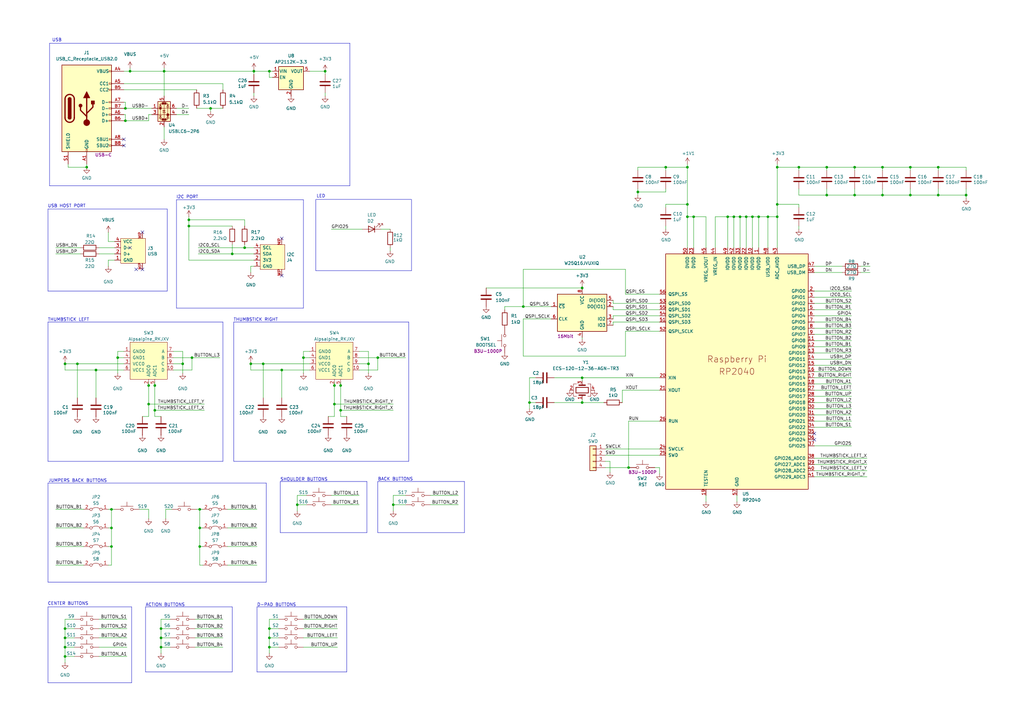
<source format=kicad_sch>
(kicad_sch (version 20231120) (generator "eeschema") (generator_version "8.0")
  (paper "A3")
  (junction (at 81.915 208.915))
  (junction (at 151.13 149.225))
  (junction (at 303.53 88.9))
  (junction (at 137.16 165.735))
  (junction (at 48.26 146.685))
  (junction (at 121.92 207.01))
  (junction (at 78.74 146.685))
  (junction (at 63.5 158.115))
  (junction (at 26.67 257.81))
  (junction (at 238.76 154.94))
  (junction (at 51.435 44.45))
  (junction (at 67.31 29.21))
  (junction (at 361.95 80.01))
  (junction (at 139.7 158.115))
  (junction (at 384.81 80.01))
  (junction (at 110.49 257.81))
  (junction (at 45.72 216.535))
  (junction (at 384.81 68.58))
  (junction (at 284.48 88.9))
  (junction (at 81.915 224.155))
  (junction (at 102.87 149.225))
  (junction (at 318.77 88.9))
  (junction (at 60.96 158.115))
  (junction (at 350.52 68.58))
  (junction (at 217.17 165.1))
  (junction (at 63.5 168.275))
  (junction (at 306.07 88.9))
  (junction (at 300.99 88.9))
  (junction (at 74.93 149.225))
  (junction (at 124.46 146.685))
  (junction (at 314.96 88.9))
  (junction (at 86.36 44.45))
  (junction (at 361.95 68.58))
  (junction (at 311.15 88.9))
  (junction (at 339.09 80.01))
  (junction (at 298.45 88.9))
  (junction (at 66.04 265.43))
  (junction (at 396.24 80.01))
  (junction (at 66.04 257.81))
  (junction (at 95.25 104.14))
  (junction (at 318.77 83.82))
  (junction (at 133.35 29.21))
  (junction (at 26.67 149.225))
  (junction (at 139.7 168.275))
  (junction (at 257.81 191.77))
  (junction (at 281.94 88.9))
  (junction (at 110.49 261.62))
  (junction (at 35.56 68.58))
  (junction (at 318.77 68.58))
  (junction (at 214.63 125.73))
  (junction (at 100.33 101.6))
  (junction (at 53.34 29.21))
  (junction (at 238.76 165.1))
  (junction (at 107.95 149.225))
  (junction (at 281.94 83.82))
  (junction (at 238.76 118.11))
  (junction (at 77.47 92.71))
  (junction (at 60.96 165.735))
  (junction (at 104.14 29.21))
  (junction (at 350.52 80.01))
  (junction (at 26.67 261.62))
  (junction (at 308.61 88.9))
  (junction (at 115.57 151.765))
  (junction (at 110.49 265.43))
  (junction (at 273.05 68.58))
  (junction (at 26.67 269.24))
  (junction (at 77.47 90.17))
  (junction (at 327.66 68.58))
  (junction (at 339.09 68.58))
  (junction (at 373.38 68.58))
  (junction (at 39.37 151.765))
  (junction (at 51.435 49.53))
  (junction (at 26.67 265.43))
  (junction (at 137.16 158.115))
  (junction (at 66.04 261.62))
  (junction (at 45.72 224.155))
  (junction (at 281.94 68.58))
  (junction (at 31.75 149.225))
  (junction (at 261.62 78.74))
  (junction (at 45.72 208.915))
  (junction (at 154.94 146.685))
  (junction (at 373.38 80.01))
  (junction (at 81.915 216.535))
  (junction (at 110.49 29.21))
  (junction (at 161.29 207.01))
  (no_connect (at 53.34 101.6))
  (no_connect (at 334.01 180.34))
  (no_connect (at 58.42 95.25))
  (no_connect (at 58.42 110.49))
  (no_connect (at 115.57 97.79))
  (no_connect (at 115.57 113.03))
  (no_connect (at 55.88 110.49))
  (no_connect (at 334.01 177.8))
  (no_connect (at 50.8 59.69))
  (no_connect (at 50.8 57.15))
  (wire (pts (xy 373.38 80.01) (xy 361.95 80.01)))
  (wire (pts (xy 26.67 269.24) (xy 30.48 269.24)))
  (wire (pts (xy 227.33 154.94) (xy 238.76 154.94)))
  (wire (pts (xy 67.945 208.915) (xy 70.485 208.915)))
  (wire (pts (xy 384.81 77.47) (xy 384.81 80.01)))
  (wire (pts (xy 251.46 132.08) (xy 270.51 132.08)))
  (wire (pts (xy 93.345 208.915) (xy 105.41 208.915)))
  (wire (pts (xy 66.04 254) (xy 66.04 257.81)))
  (wire (pts (xy 45.72 208.915) (xy 46.99 208.915)))
  (wire (pts (xy 303.53 101.6) (xy 303.53 88.9)))
  (wire (pts (xy 361.95 80.01) (xy 350.52 80.01)))
  (wire (pts (xy 339.09 69.85) (xy 339.09 68.58)))
  (wire (pts (xy 26.67 254) (xy 26.67 257.81)))
  (wire (pts (xy 350.52 69.85) (xy 350.52 68.58)))
  (wire (pts (xy 311.15 88.9) (xy 314.96 88.9)))
  (polyline (pts (xy 129.54 110.998) (xy 129.54 81.788)))
  (wire (pts (xy 127 29.21) (xy 133.35 29.21)))
  (wire (pts (xy 270.51 120.65) (xy 256.54 120.65)))
  (wire (pts (xy 257.81 172.72) (xy 257.81 191.77)))
  (wire (pts (xy 51.435 41.91) (xy 50.8 41.91)))
  (wire (pts (xy 384.81 80.01) (xy 396.24 80.01)))
  (wire (pts (xy 256.54 110.49) (xy 256.54 120.65)))
  (wire (pts (xy 303.53 88.9) (xy 306.07 88.9)))
  (polyline (pts (xy 129.54 110.998) (xy 168.783 110.998)))
  (wire (pts (xy 45.72 224.155) (xy 44.45 224.155)))
  (wire (pts (xy 334.01 121.92) (xy 349.25 121.92)))
  (wire (pts (xy 207.01 125.73) (xy 214.63 125.73)))
  (wire (pts (xy 137.16 156.845) (xy 137.16 158.115)))
  (polyline (pts (xy 72.39 126.365) (xy 72.39 81.915)))
  (polyline (pts (xy 124.46 81.915) (xy 124.46 126.365)))
  (wire (pts (xy 81.915 208.915) (xy 83.185 208.915)))
  (wire (pts (xy 248.285 186.69) (xy 270.51 186.69)))
  (polyline (pts (xy 19.685 198.12) (xy 19.685 238.76)))
  (wire (pts (xy 154.94 151.765) (xy 154.94 146.685)))
  (wire (pts (xy 48.26 146.685) (xy 50.8 146.685)))
  (polyline (pts (xy 190.5 218.44) (xy 190.5 197.485)))
  (wire (pts (xy 26.67 265.43) (xy 30.48 265.43)))
  (wire (pts (xy 334.01 124.46) (xy 349.25 124.46)))
  (wire (pts (xy 35.56 67.31) (xy 35.56 68.58)))
  (wire (pts (xy 124.46 265.43) (xy 138.43 265.43)))
  (wire (pts (xy 45.72 208.915) (xy 45.72 216.535)))
  (wire (pts (xy 238.76 163.83) (xy 238.76 165.1)))
  (wire (pts (xy 40.64 261.62) (xy 52.07 261.62)))
  (wire (pts (xy 384.81 68.58) (xy 396.24 68.58)))
  (wire (pts (xy 26.67 149.225) (xy 26.67 151.765)))
  (wire (pts (xy 334.01 160.02) (xy 349.25 160.02)))
  (wire (pts (xy 40.64 269.24) (xy 52.07 269.24)))
  (wire (pts (xy 281.94 67.31) (xy 281.94 68.58)))
  (wire (pts (xy 44.45 99.06) (xy 46.99 99.06)))
  (wire (pts (xy 139.7 168.275) (xy 161.29 168.275)))
  (wire (pts (xy 281.94 83.82) (xy 281.94 88.9)))
  (wire (pts (xy 81.915 231.775) (xy 83.185 231.775)))
  (polyline (pts (xy 109.22 198.12) (xy 19.685 198.12)))
  (wire (pts (xy 40.64 101.6) (xy 46.99 101.6)))
  (wire (pts (xy 26.67 269.24) (xy 26.67 271.78)))
  (wire (pts (xy 148.59 93.98) (xy 135.89 93.98)))
  (wire (pts (xy 104.14 109.22) (xy 102.87 109.22)))
  (wire (pts (xy 160.02 102.87) (xy 160.02 101.6)))
  (polyline (pts (xy 20.32 76.2) (xy 143.51 76.2)))
  (wire (pts (xy 251.46 129.54) (xy 270.51 129.54)))
  (wire (pts (xy 133.35 29.21) (xy 133.35 30.48)))
  (wire (pts (xy 248.285 189.23) (xy 250.19 189.23)))
  (wire (pts (xy 71.12 149.225) (xy 74.93 149.225)))
  (wire (pts (xy 121.92 209.55) (xy 121.92 207.01)))
  (wire (pts (xy 273.05 78.74) (xy 273.05 77.47)))
  (wire (pts (xy 121.92 203.2) (xy 121.92 207.01)))
  (wire (pts (xy 334.01 195.58) (xy 355.6 195.58)))
  (wire (pts (xy 100.33 92.71) (xy 100.33 90.17)))
  (wire (pts (xy 361.95 77.47) (xy 361.95 80.01)))
  (wire (pts (xy 339.09 68.58) (xy 350.52 68.58)))
  (wire (pts (xy 154.94 146.685) (xy 166.37 146.685)))
  (wire (pts (xy 93.345 224.155) (xy 105.41 224.155)))
  (wire (pts (xy 334.01 119.38) (xy 349.25 119.38)))
  (wire (pts (xy 110.49 254) (xy 110.49 257.81)))
  (wire (pts (xy 124.46 146.685) (xy 124.46 144.145)))
  (wire (pts (xy 71.12 144.145) (xy 74.93 144.145)))
  (wire (pts (xy 396.24 68.58) (xy 396.24 69.85)))
  (wire (pts (xy 100.33 100.33) (xy 100.33 101.6)))
  (wire (pts (xy 60.96 156.845) (xy 60.96 158.115)))
  (polyline (pts (xy 190.5 197.485) (xy 154.94 197.485)))
  (wire (pts (xy 67.31 27.94) (xy 67.31 29.21)))
  (wire (pts (xy 63.5 168.275) (xy 83.82 168.275)))
  (wire (pts (xy 45.72 216.535) (xy 44.45 216.535)))
  (polyline (pts (xy 95.885 132.08) (xy 167.64 132.08)))
  (wire (pts (xy 104.14 38.1) (xy 104.14 39.37)))
  (wire (pts (xy 63.5 156.845) (xy 63.5 158.115)))
  (wire (pts (xy 334.01 182.88) (xy 349.25 182.88)))
  (wire (pts (xy 93.345 216.535) (xy 105.41 216.535)))
  (wire (pts (xy 110.49 29.21) (xy 110.49 31.75)))
  (wire (pts (xy 104.14 29.21) (xy 104.14 30.48)))
  (wire (pts (xy 151.13 144.145) (xy 151.13 149.225)))
  (wire (pts (xy 80.01 261.62) (xy 91.44 261.62)))
  (polyline (pts (xy 167.64 132.08) (xy 167.64 189.23)))
  (wire (pts (xy 110.49 261.62) (xy 114.3 261.62)))
  (wire (pts (xy 199.39 118.11) (xy 238.76 118.11)))
  (wire (pts (xy 339.09 80.01) (xy 327.66 80.01)))
  (wire (pts (xy 261.62 68.58) (xy 273.05 68.58)))
  (polyline (pts (xy 95.885 132.08) (xy 95.885 189.23)))
  (wire (pts (xy 261.62 78.74) (xy 273.05 78.74)))
  (wire (pts (xy 156.21 93.98) (xy 160.02 93.98)))
  (polyline (pts (xy 19.685 119.38) (xy 68.58 119.38)))
  (wire (pts (xy 314.96 88.9) (xy 318.77 88.9)))
  (wire (pts (xy 207.01 125.73) (xy 207.01 127)))
  (polyline (pts (xy 53.975 248.92) (xy 53.975 280.035)))
  (wire (pts (xy 255.27 160.02) (xy 270.51 160.02)))
  (wire (pts (xy 60.96 49.53) (xy 60.96 46.99)))
  (wire (pts (xy 214.63 125.73) (xy 214.63 110.49)))
  (wire (pts (xy 133.35 38.1) (xy 133.35 39.37)))
  (wire (pts (xy 124.46 153.035) (xy 124.46 146.685)))
  (wire (pts (xy 238.76 154.94) (xy 238.76 156.21)))
  (wire (pts (xy 273.05 68.58) (xy 281.94 68.58)))
  (wire (pts (xy 238.76 154.94) (xy 270.51 154.94)))
  (wire (pts (xy 289.56 203.2) (xy 289.56 205.74)))
  (wire (pts (xy 327.66 68.58) (xy 339.09 68.58)))
  (wire (pts (xy 121.92 207.01) (xy 125.73 207.01)))
  (polyline (pts (xy 19.685 85.725) (xy 68.58 85.725)))
  (wire (pts (xy 248.285 184.15) (xy 270.51 184.15)))
  (wire (pts (xy 334.01 149.86) (xy 349.25 149.86)))
  (wire (pts (xy 58.42 170.815) (xy 60.96 170.815)))
  (polyline (pts (xy 19.685 119.38) (xy 19.685 85.725)))
  (wire (pts (xy 80.01 254) (xy 91.44 254)))
  (wire (pts (xy 147.32 149.225) (xy 151.13 149.225)))
  (wire (pts (xy 50.8 34.29) (xy 91.44 34.29)))
  (wire (pts (xy 115.57 151.765) (xy 127 151.765)))
  (wire (pts (xy 268.605 191.77) (xy 270.51 191.77)))
  (wire (pts (xy 327.66 69.85) (xy 327.66 68.58)))
  (polyline (pts (xy 142.24 275.59) (xy 142.24 248.92)))
  (wire (pts (xy 137.16 158.115) (xy 137.16 165.735)))
  (wire (pts (xy 217.17 165.1) (xy 217.17 167.64)))
  (wire (pts (xy 107.95 149.225) (xy 107.95 163.195)))
  (wire (pts (xy 318.77 67.31) (xy 318.77 68.58)))
  (wire (pts (xy 147.32 144.145) (xy 151.13 144.145)))
  (wire (pts (xy 396.24 80.01) (xy 396.24 81.28)))
  (wire (pts (xy 334.01 111.76) (xy 345.44 111.76)))
  (wire (pts (xy 139.7 156.845) (xy 139.7 158.115)))
  (wire (pts (xy 77.47 106.68) (xy 104.14 106.68)))
  (wire (pts (xy 95.25 100.33) (xy 95.25 104.14)))
  (wire (pts (xy 124.46 257.81) (xy 138.43 257.81)))
  (wire (pts (xy 334.01 162.56) (xy 349.25 162.56)))
  (wire (pts (xy 255.27 165.1) (xy 255.27 160.02)))
  (wire (pts (xy 214.63 130.81) (xy 214.63 146.05)))
  (polyline (pts (xy 154.94 218.44) (xy 190.5 218.44)))
  (wire (pts (xy 300.99 88.9) (xy 303.53 88.9)))
  (wire (pts (xy 51.435 41.91) (xy 51.435 44.45)))
  (polyline (pts (xy 129.667 81.788) (xy 168.656 81.788)))
  (wire (pts (xy 334.01 190.5) (xy 355.6 190.5)))
  (wire (pts (xy 293.37 88.9) (xy 298.45 88.9)))
  (wire (pts (xy 72.39 44.45) (xy 77.47 44.45)))
  (wire (pts (xy 334.01 134.62) (xy 349.25 134.62)))
  (polyline (pts (xy 72.39 126.365) (xy 124.46 126.365)))
  (wire (pts (xy 161.29 203.2) (xy 166.37 203.2)))
  (wire (pts (xy 102.87 109.22) (xy 102.87 111.76)))
  (polyline (pts (xy 114.935 218.44) (xy 150.495 218.44)))
  (wire (pts (xy 384.81 69.85) (xy 384.81 68.58)))
  (wire (pts (xy 121.92 203.2) (xy 125.73 203.2)))
  (polyline (pts (xy 168.783 81.788) (xy 168.783 110.998)))
  (wire (pts (xy 284.48 101.6) (xy 284.48 88.9)))
  (wire (pts (xy 350.52 77.47) (xy 350.52 80.01)))
  (wire (pts (xy 81.915 216.535) (xy 81.915 224.155)))
  (wire (pts (xy 77.47 92.71) (xy 77.47 90.17)))
  (wire (pts (xy 71.12 151.765) (xy 78.74 151.765)))
  (wire (pts (xy 26.67 151.765) (xy 39.37 151.765)))
  (wire (pts (xy 124.46 261.62) (xy 138.43 261.62)))
  (wire (pts (xy 81.28 101.6) (xy 100.33 101.6)))
  (wire (pts (xy 102.87 149.225) (xy 107.95 149.225)))
  (wire (pts (xy 217.17 154.94) (xy 217.17 165.1)))
  (wire (pts (xy 318.77 83.82) (xy 318.77 88.9)))
  (wire (pts (xy 26.67 261.62) (xy 26.67 265.43)))
  (polyline (pts (xy 20.32 17.78) (xy 20.32 76.2)))
  (polyline (pts (xy 91.44 132.08) (xy 91.44 189.23)))
  (wire (pts (xy 334.01 137.16) (xy 349.25 137.16)))
  (wire (pts (xy 81.915 224.155) (xy 81.915 231.775)))
  (wire (pts (xy 327.66 92.71) (xy 327.66 93.98)))
  (wire (pts (xy 281.94 88.9) (xy 281.94 101.6)))
  (wire (pts (xy 81.915 224.155) (xy 83.185 224.155)))
  (wire (pts (xy 214.63 130.81) (xy 226.06 130.81)))
  (wire (pts (xy 81.915 208.915) (xy 81.915 216.535)))
  (wire (pts (xy 334.01 129.54) (xy 349.25 129.54)))
  (wire (pts (xy 51.435 44.45) (xy 50.8 44.45)))
  (wire (pts (xy 270.51 135.89) (xy 256.54 135.89)))
  (wire (pts (xy 308.61 101.6) (xy 308.61 88.9)))
  (wire (pts (xy 40.64 265.43) (xy 52.07 265.43)))
  (wire (pts (xy 60.96 46.99) (xy 62.23 46.99)))
  (wire (pts (xy 45.72 224.155) (xy 45.72 231.775)))
  (wire (pts (xy 44.45 208.915) (xy 45.72 208.915)))
  (wire (pts (xy 306.07 88.9) (xy 308.61 88.9)))
  (wire (pts (xy 137.16 165.735) (xy 161.29 165.735)))
  (wire (pts (xy 46.99 106.68) (xy 44.45 106.68)))
  (wire (pts (xy 22.86 101.6) (xy 33.02 101.6)))
  (wire (pts (xy 102.87 149.225) (xy 102.87 151.765)))
  (wire (pts (xy 51.435 46.99) (xy 51.435 49.53)))
  (wire (pts (xy 257.81 191.77) (xy 258.445 191.77)))
  (wire (pts (xy 334.01 175.26) (xy 349.25 175.26)))
  (wire (pts (xy 110.49 31.75) (xy 111.76 31.75)))
  (wire (pts (xy 151.13 149.225) (xy 151.13 153.035)))
  (wire (pts (xy 81.28 104.14) (xy 95.25 104.14)))
  (wire (pts (xy 67.31 29.21) (xy 67.31 39.37)))
  (wire (pts (xy 334.01 127) (xy 349.25 127)))
  (wire (pts (xy 251.46 127) (xy 270.51 127)))
  (wire (pts (xy 100.33 101.6) (xy 104.14 101.6)))
  (wire (pts (xy 302.26 203.2) (xy 302.26 205.74)))
  (wire (pts (xy 66.04 257.81) (xy 69.85 257.81)))
  (polyline (pts (xy 95.25 248.92) (xy 59.69 248.92)))
  (wire (pts (xy 318.77 68.58) (xy 318.77 83.82)))
  (wire (pts (xy 261.62 69.85) (xy 261.62 68.58)))
  (wire (pts (xy 22.86 231.775) (xy 34.29 231.775)))
  (wire (pts (xy 334.01 170.18) (xy 349.25 170.18)))
  (wire (pts (xy 107.95 149.225) (xy 127 149.225)))
  (wire (pts (xy 273.05 92.71) (xy 273.05 93.98)))
  (wire (pts (xy 45.72 231.775) (xy 44.45 231.775)))
  (wire (pts (xy 334.01 142.24) (xy 349.25 142.24)))
  (wire (pts (xy 334.01 172.72) (xy 349.25 172.72)))
  (wire (pts (xy 40.64 257.81) (xy 52.07 257.81)))
  (wire (pts (xy 63.5 168.275) (xy 63.5 170.815)))
  (wire (pts (xy 110.49 254) (xy 114.3 254)))
  (polyline (pts (xy 68.58 85.725) (xy 68.58 119.38)))
  (wire (pts (xy 137.16 165.735) (xy 137.16 170.815)))
  (wire (pts (xy 361.95 69.85) (xy 361.95 68.58)))
  (wire (pts (xy 334.01 147.32) (xy 349.25 147.32)))
  (wire (pts (xy 176.53 207.01) (xy 187.96 207.01)))
  (wire (pts (xy 273.05 69.85) (xy 273.05 68.58)))
  (wire (pts (xy 334.01 167.64) (xy 349.25 167.64)))
  (wire (pts (xy 104.14 29.21) (xy 110.49 29.21)))
  (wire (pts (xy 110.49 265.43) (xy 114.3 265.43)))
  (polyline (pts (xy 105.41 248.92) (xy 105.41 275.59)))
  (polyline (pts (xy 150.495 197.485) (xy 114.935 197.485)))
  (wire (pts (xy 63.5 158.115) (xy 63.5 168.275)))
  (wire (pts (xy 256.54 146.05) (xy 256.54 135.89)))
  (wire (pts (xy 26.67 261.62) (xy 30.48 261.62)))
  (wire (pts (xy 77.47 88.9) (xy 77.47 90.17)))
  (wire (pts (xy 373.38 68.58) (xy 384.81 68.58)))
  (wire (pts (xy 26.67 257.81) (xy 26.67 261.62)))
  (polyline (pts (xy 53.975 280.035) (xy 19.685 280.035)))
  (wire (pts (xy 251.46 124.46) (xy 270.51 124.46)))
  (wire (pts (xy 261.62 78.74) (xy 261.62 80.01)))
  (wire (pts (xy 139.7 168.275) (xy 139.7 170.815)))
  (wire (pts (xy 361.95 68.58) (xy 373.38 68.58)))
  (wire (pts (xy 248.285 191.77) (xy 257.81 191.77)))
  (wire (pts (xy 66.04 257.81) (xy 66.04 261.62)))
  (wire (pts (xy 22.86 208.915) (xy 34.29 208.915)))
  (wire (pts (xy 139.7 170.815) (xy 142.24 170.815)))
  (polyline (pts (xy 19.685 248.92) (xy 19.685 280.035)))
  (wire (pts (xy 124.46 254) (xy 138.43 254)))
  (wire (pts (xy 147.32 151.765) (xy 154.94 151.765)))
  (wire (pts (xy 339.09 77.47) (xy 339.09 80.01)))
  (wire (pts (xy 306.07 101.6) (xy 306.07 88.9)))
  (polyline (pts (xy 154.94 197.485) (xy 154.94 218.44)))
  (wire (pts (xy 293.37 101.6) (xy 293.37 88.9)))
  (polyline (pts (xy 143.51 76.2) (xy 143.51 17.78)))
  (wire (pts (xy 22.86 224.155) (xy 34.29 224.155)))
  (wire (pts (xy 50.8 36.83) (xy 80.645 36.83)))
  (wire (pts (xy 60.96 208.915) (xy 60.96 212.725)))
  (wire (pts (xy 57.15 208.915) (xy 60.96 208.915)))
  (wire (pts (xy 238.76 139.065) (xy 238.76 138.43)))
  (wire (pts (xy 78.74 146.685) (xy 90.17 146.685)))
  (wire (pts (xy 66.04 265.43) (xy 66.04 267.97)))
  (wire (pts (xy 44.45 106.68) (xy 44.45 109.22)))
  (wire (pts (xy 48.26 146.685) (xy 48.26 144.145)))
  (polyline (pts (xy 167.64 189.23) (xy 95.885 189.23)))
  (wire (pts (xy 66.04 261.62) (xy 69.85 261.62)))
  (wire (pts (xy 60.96 165.735) (xy 60.96 170.815)))
  (wire (pts (xy 91.44 36.83) (xy 91.44 34.29)))
  (wire (pts (xy 284.48 88.9) (xy 281.94 88.9)))
  (wire (pts (xy 45.72 216.535) (xy 45.72 224.155)))
  (wire (pts (xy 26.67 257.81) (xy 30.48 257.81)))
  (wire (pts (xy 110.49 265.43) (xy 110.49 267.97)))
  (wire (pts (xy 72.39 46.99) (xy 77.47 46.99)))
  (wire (pts (xy 39.37 151.765) (xy 50.8 151.765)))
  (wire (pts (xy 134.62 170.815) (xy 137.16 170.815)))
  (wire (pts (xy 26.67 265.43) (xy 26.67 269.24)))
  (wire (pts (xy 95.25 104.14) (xy 104.14 104.14)))
  (wire (pts (xy 104.14 28.575) (xy 104.14 29.21)))
  (wire (pts (xy 214.63 146.05) (xy 256.54 146.05)))
  (wire (pts (xy 80.01 265.43) (xy 91.44 265.43)))
  (polyline (pts (xy 19.685 132.08) (xy 91.44 132.08)))
  (polyline (pts (xy 95.25 275.59) (xy 95.25 248.92)))
  (wire (pts (xy 373.38 77.47) (xy 373.38 80.01)))
  (wire (pts (xy 327.66 85.09) (xy 327.66 83.82)))
  (wire (pts (xy 161.29 207.01) (xy 161.29 209.55)))
  (polyline (pts (xy 150.495 218.44) (xy 150.495 197.485)))
  (wire (pts (xy 22.86 216.535) (xy 34.29 216.535)))
  (wire (pts (xy 238.76 117.475) (xy 238.76 118.11)))
  (wire (pts (xy 289.56 101.6) (xy 289.56 88.9)))
  (wire (pts (xy 314.96 101.6) (xy 314.96 88.9)))
  (wire (pts (xy 53.34 29.21) (xy 67.31 29.21)))
  (wire (pts (xy 281.94 68.58) (xy 281.94 83.82)))
  (wire (pts (xy 334.01 157.48) (xy 349.25 157.48)))
  (wire (pts (xy 396.24 77.47) (xy 396.24 80.01)))
  (wire (pts (xy 81.915 216.535) (xy 83.185 216.535)))
  (wire (pts (xy 257.81 172.72) (xy 270.51 172.72)))
  (wire (pts (xy 318.77 83.82) (xy 327.66 83.82)))
  (wire (pts (xy 60.96 165.735) (xy 83.82 165.735)))
  (wire (pts (xy 214.63 110.49) (xy 256.54 110.49)))
  (wire (pts (xy 214.63 125.73) (xy 226.06 125.73)))
  (wire (pts (xy 51.435 49.53) (xy 60.96 49.53)))
  (wire (pts (xy 51.435 46.99) (xy 50.8 46.99)))
  (wire (pts (xy 66.04 265.43) (xy 69.85 265.43)))
  (polyline (pts (xy 19.685 248.92) (xy 53.975 248.92)))
  (wire (pts (xy 384.81 80.01) (xy 373.38 80.01)))
  (wire (pts (xy 251.46 132.08) (xy 251.46 133.35)))
  (wire (pts (xy 67.945 208.915) (xy 67.945 212.725)))
  (wire (pts (xy 115.57 151.765) (xy 115.57 163.195)))
  (wire (pts (xy 50.8 29.21) (xy 53.34 29.21)))
  (wire (pts (xy 110.49 257.81) (xy 114.3 257.81)))
  (polyline (pts (xy 143.51 17.78) (xy 143.51 17.78)))
  (wire (pts (xy 261.62 77.47) (xy 261.62 78.74)))
  (wire (pts (xy 31.75 149.225) (xy 31.75 163.195)))
  (wire (pts (xy 53.34 27.94) (xy 53.34 29.21)))
  (wire (pts (xy 124.46 146.685) (xy 127 146.685)))
  (polyline (pts (xy 114.935 197.485) (xy 114.935 218.44)))
  (wire (pts (xy 298.45 101.6) (xy 298.45 88.9)))
  (wire (pts (xy 124.46 144.145) (xy 127 144.145)))
  (wire (pts (xy 51.435 44.45) (xy 62.23 44.45)))
  (wire (pts (xy 238.76 165.1) (xy 247.65 165.1)))
  (wire (pts (xy 48.26 153.035) (xy 48.26 146.685)))
  (wire (pts (xy 110.49 261.62) (xy 110.49 265.43)))
  (wire (pts (xy 51.435 49.53) (xy 50.8 49.53)))
  (wire (pts (xy 77.47 106.68) (xy 77.47 92.71)))
  (wire (pts (xy 67.31 52.07) (xy 67.31 57.15)))
  (wire (pts (xy 102.87 151.765) (xy 115.57 151.765)))
  (polyline (pts (xy 19.685 238.76) (xy 109.22 238.76)))
  (wire (pts (xy 139.7 158.115) (xy 139.7 168.275)))
  (wire (pts (xy 161.29 203.2) (xy 161.29 207.01)))
  (wire (pts (xy 311.15 88.9) (xy 311.15 101.6)))
  (wire (pts (xy 334.01 165.1) (xy 349.25 165.1)))
  (wire (pts (xy 27.94 67.31) (xy 27.94 68.58)))
  (wire (pts (xy 300.99 101.6) (xy 300.99 88.9)))
  (wire (pts (xy 273.05 83.82) (xy 281.94 83.82)))
  (wire (pts (xy 251.46 127) (xy 251.46 125.73)))
  (wire (pts (xy 22.86 104.14) (xy 33.02 104.14)))
  (wire (pts (xy 80.645 208.915) (xy 81.915 208.915)))
  (wire (pts (xy 66.04 261.62) (xy 66.04 265.43)))
  (polyline (pts (xy 72.39 81.915) (xy 124.46 81.915)))
  (polyline (pts (xy 19.685 132.08) (xy 19.685 189.23)))
  (wire (pts (xy 334.01 152.4) (xy 349.25 152.4)))
  (wire (pts (xy 251.46 129.54) (xy 251.46 130.81)))
  (wire (pts (xy 373.38 69.85) (xy 373.38 68.58)))
  (wire (pts (xy 219.71 154.94) (xy 217.17 154.94)))
  (wire (pts (xy 289.56 88.9) (xy 284.48 88.9)))
  (wire (pts (xy 26.67 149.225) (xy 31.75 149.225)))
  (wire (pts (xy 40.64 254) (xy 52.07 254)))
  (wire (pts (xy 298.45 88.9) (xy 300.99 88.9)))
  (wire (pts (xy 334.01 139.7) (xy 349.25 139.7)))
  (wire (pts (xy 31.75 149.225) (xy 50.8 149.225)))
  (wire (pts (xy 350.52 80.01) (xy 339.09 80.01)))
  (wire (pts (xy 26.67 254) (xy 30.48 254)))
  (wire (pts (xy 71.12 146.685) (xy 78.74 146.685)))
  (wire (pts (xy 77.47 90.17) (xy 100.33 90.17)))
  (polyline (pts (xy 91.44 189.23) (xy 19.685 189.23)))
  (polyline (pts (xy 142.24 248.92) (xy 105.41 248.92)))
  (wire (pts (xy 334.01 132.08) (xy 349.25 132.08)))
  (wire (pts (xy 227.33 165.1) (xy 238.76 165.1)))
  (wire (pts (xy 334.01 193.04) (xy 355.6 193.04)))
  (wire (pts (xy 318.77 88.9) (xy 318.77 101.6)))
  (wire (pts (xy 86.36 44.45) (xy 91.44 44.45)))
  (wire (pts (xy 161.29 207.01) (xy 166.37 207.01)))
  (polyline (pts (xy 59.69 275.59) (xy 95.25 275.59)))
  (wire (pts (xy 74.93 149.225) (xy 74.93 153.035)))
  (wire (pts (xy 327.66 77.47) (xy 327.66 80.01)))
  (wire (pts (xy 93.345 231.775) (xy 105.41 231.775)))
  (wire (pts (xy 334.01 144.78) (xy 349.25 144.78)))
  (wire (pts (xy 250.19 189.23) (xy 250.19 193.675)))
  (polyline (pts (xy 59.69 248.92) (xy 59.69 275.59)))
  (wire (pts (xy 27.94 68.58) (xy 35.56 68.58)))
  (wire (pts (xy 48.26 144.145) (xy 50.8 144.145)))
  (wire (pts (xy 60.96 158.115) (xy 60.96 165.735)))
  (wire (pts (xy 251.46 124.46) (xy 251.46 123.19)))
  (wire (pts (xy 334.01 187.96) (xy 355.6 187.96)))
  (wire (pts (xy 110.49 29.21) (xy 111.76 29.21)))
  (wire (pts (xy 74.93 144.145) (xy 74.93 149.225)))
  (wire (pts (xy 40.64 104.14) (xy 46.99 104.14)))
  (wire (pts (xy 67.31 29.21) (xy 104.14 29.21)))
  (wire (pts (xy 353.06 109.22) (xy 356.87 109.22)))
  (wire (pts (xy 26.67 148.59) (xy 26.67 149.225)))
  (wire (pts (xy 147.32 146.685) (xy 154.94 146.685)))
  (wire (pts (xy 219.71 165.1) (xy 217.17 165.1)))
  (wire (pts (xy 66.04 254) (xy 69.85 254)))
  (wire (pts (xy 78.74 151.765) (xy 78.74 146.685)))
  (polyline (pts (xy 109.22 238.76) (xy 109.22 198.12)))
  (wire (pts (xy 86.36 45.72) (xy 86.36 44.45)))
  (wire (pts (xy 273.05 85.09) (xy 273.05 83.82)))
  (wire (pts (xy 353.06 111.76) (xy 356.87 111.76)))
  (wire (pts (xy 102.87 148.59) (xy 102.87 149.225)))
  (wire (pts (xy 318.77 68.58) (xy 327.66 68.58)))
  (wire (pts (xy 110.49 257.81) (xy 110.49 261.62)))
  (polyline (pts (xy 105.41 275.59) (xy 142.24 275.59)))
  (wire (pts (xy 39.37 151.765) (xy 39.37 163.195)))
  (wire (pts (xy 135.89 203.2) (xy 147.32 203.2)))
  (wire (pts (xy 44.45 95.25) (xy 44.45 99.06)))
  (wire (pts (xy 77.47 92.71) (xy 95.25 92.71)))
  (wire (pts (xy 334.01 154.94) (xy 349.25 154.94)))
  (wire (pts (xy 63.5 170.815) (xy 66.04 170.815)))
  (wire (pts (xy 80.01 257.81) (xy 91.44 257.81)))
  (wire (pts (xy 350.52 68.58) (xy 361.95 68.58)))
  (wire (pts (xy 176.53 203.2) (xy 187.96 203.2)))
  (wire (pts (xy 80.645 44.45) (xy 86.36 44.45)))
  (wire (pts (xy 135.89 207.01) (xy 147.32 207.01)))
  (wire (pts (xy 334.01 109.22) (xy 345.44 109.22)))
  (wire (pts (xy 308.61 88.9) (xy 311.15 88.9)))
  (wire (pts (xy 270.51 191.77) (xy 270.51 194.31)))
  (polyline (pts (xy 143.51 17.78) (xy 20.32 17.78)))
  (text "USB" (at 21.336 17.272 0) (effects (font (size 1.27 1.27)) (justify left bottom)))
  (text "JUMPERS BACK BUTTONS" (at 19.812 197.993 0) (effects (font (size 1.27 1.27)) (justify left bottom)))
  (text "D-PAD BUTTONS" (at 105.41 248.92 0) (effects (font (size 1.27 1.27)) (justify left bottom)))
  (text "LED" (at 129.794 81.28 0) (effects (font (size 1.27 1.27)) (justify left bottom)))
  (text "SHOULDER BUTTONS" (at 114.935 197.485 0) (effects (font (size 1.27 1.27)) (justify left bottom)))
  (text "CENTER BUTTONS" (at 19.558 248.412 0) (effects (font (size 1.27 1.27)) (justify left bottom)))
  (text "ACTION BUTTONS" (at 59.69 248.92 0) (effects (font (size 1.27 1.27)) (justify left bottom)))
  (text "THUMBSTICK RIGHT" (at 95.758 131.953 0) (effects (font (size 1.27 1.27)) (justify left bottom)))
  (text "I2C PORT" (at 72.263 81.661 0) (effects (font (size 1.27 1.27)) (justify left bottom)))
  (text "USB HOST PORT" (at 19.558 85.344 0) (effects (font (size 1.27 1.27)) (justify left bottom)))
  (text "THUMBSTICK LEFT" (at 19.558 131.953 0) (effects (font (size 1.27 1.27)) (justify left bottom)))
  (text "BACK BUTTONS" (at 154.94 197.358 0) (effects (font (size 1.27 1.27)) (justify left bottom)))
  (label "BUTTON_B3" (at 349.25 134.62 180))
  (label "BUTTON_A1" (at 52.07 269.24 180))
  (label "THUMBSTICK_RIGHT_Y" (at 161.29 165.735 180))
  (label "THUMBSTICK_RIGHT_X" (at 355.6 190.5 180))
  (label "BUTTON_LEFT" (at 349.25 160.02 180))
  (label "DN" (at 338.455 111.76 0) (property "Netclass" "diif_usb" (effects (hide yes))))
  (label "BUTTON_B2" (at 105.41 216.535 180))
  (label "BUTTON_L1" (at 349.25 172.72 180))
  (label "BUTTON_B1" (at 349.25 142.24 180))
  (label "BUTTON_L2" (at 187.96 203.2 180))
  (label "BUTTON_B4" (at 105.41 231.775 180))
  (label "BUTTON_L2" (at 349.25 165.1 180))
  (label "BUTTON_L3" (at 90.17 146.685 180))
  (label "QSPI_SCLK" (at 215.265 130.81 0))
  (label "I2C0_SCL" (at 349.25 121.92 180))
  (label "BUTTON_R2" (at 187.96 207.01 180))
  (label "BUTTON_B3" (at 105.41 224.155 180))
  (label "BUTTON_B2" (at 22.86 216.535 0))
  (label "USBH_DP" (at 22.86 104.14 0))
  (label "BUTTON_B4" (at 22.86 231.775 0))
  (label "BUTTON_B1" (at 91.44 254 180))
  (label "BUTTON_B3" (at 91.44 261.62 180))
  (label "QSPI_SD1" (at 256.54 127 0))
  (label "D-" (at 77.47 44.45 180) (property "Netclass" "diif_usb" (effects (hide yes))))
  (label "BUTTON_B4" (at 91.44 265.43 180))
  (label "BUTTON_A2" (at 52.07 261.62 180))
  (label "BUTTON_S2" (at 349.25 124.46 180))
  (label "D+" (at 77.47 46.99 180) (property "Netclass" "diif_usb" (effects (hide yes))))
  (label "I2C0_SDA" (at 349.25 119.38 180))
  (label "THUMBSTICK_LEFT_X" (at 355.6 187.96 180))
  (label "GPIO4" (at 349.25 129.54 180))
  (label "THUMBSTICK_LEFT_X" (at 83.82 168.275 180))
  (label "BUTTON_L1" (at 147.32 203.2 180))
  (label "BUTTON_DOWN" (at 138.43 254 180))
  (label "GPIO25" (at 135.89 93.98 0))
  (label "BUTTON_S1" (at 349.25 175.26 180))
  (label "I2C0_SDA" (at 81.28 104.14 0))
  (label "BUTTON_A1" (at 349.25 157.48 180))
  (label "QSPI_SS" (at 256.54 120.65 0))
  (label "USBD+" (at 60.96 49.53 180) (property "Netclass" "diif_usb" (effects (hide yes))))
  (label "QSPI_SD2" (at 256.54 129.54 0))
  (label "DP" (at 338.455 109.22 0) (property "Netclass" "diif_usb" (effects (hide yes))))
  (label "USBD-" (at 60.96 44.45 180) (property "Netclass" "diif_usb" (effects (hide yes))))
  (label "BUTTON_R3" (at 349.25 144.78 180))
  (label "BUTTON_DOWN" (at 349.25 152.4 180))
  (label "USBH_DP" (at 349.25 147.32 180))
  (label "QSPI_SD0" (at 256.54 124.46 0))
  (label "BUTTON_B1" (at 22.86 208.915 0))
  (label "BUTTON_R1" (at 147.32 207.01 180))
  (label "QSPI_SD3" (at 256.54 132.08 0))
  (label "THUMBSTICK_LEFT_Y" (at 83.82 165.735 180))
  (label "XIN" (at 256.54 154.94 0))
  (label "XOUT" (at 256.54 160.02 0))
  (label "BUTTON_RIGHT" (at 138.43 257.81 180))
  (label "BUTTON_UP" (at 349.25 162.56 180))
  (label "BUTTON_L3" (at 349.25 167.64 180))
  (label "BUTTON_UP" (at 138.43 265.43 180))
  (label "BUTTON_S1" (at 52.07 254 180))
  (label "THUMBSTICK_RIGHT_Y" (at 354.965 195.58 180))
  (label "SWCLK" (at 248.285 184.15 0))
  (label "BUTTON_R1" (at 349.25 127 180))
  (label "BUTTON_B1" (at 105.41 208.915 180))
  (label "BUTTON_B2" (at 91.44 257.81 180))
  (label "BUTTON_A2" (at 349.25 170.18 180))
  (label "D-" (at 356.87 111.76 180))
  (label "QSPI_SS" (at 217.17 125.73 0))
  (label "BUTTON_R3" (at 166.37 146.685 180))
  (label "BUTTON_B3" (at 22.86 224.155 0))
  (label "RUN" (at 257.81 172.72 0))
  (label "D+" (at 356.87 109.22 180))
  (label "BUTTON_LEFT" (at 138.43 261.62 180))
  (label "BUTTON_B2" (at 349.25 139.7 180))
  (label "USBH_DN" (at 22.86 101.6 0))
  (label "GPIO4" (at 52.07 265.43 180))
  (label "USBH_DN" (at 349.25 149.86 180))
  (label "QSPI_SCLK" (at 256.54 135.89 0))
  (label "THUMBSTICK_RIGHT_X" (at 161.29 168.275 180))
  (label "GPIO25" (at 349.25 182.88 180))
  (label "THUMBSTICK_LEFT_Y" (at 355.6 193.04 180))
  (label "BUTTON_B4" (at 349.25 132.08 180))
  (label "SWD" (at 248.285 186.69 0))
  (label "BUTTON_RIGHT" (at 349.25 154.94 180))
  (label "I2C0_SCL" (at 81.28 101.6 0))
  (label "BUTTON_S2" (at 52.07 257.81 180))
  (label "BUTTON_R2" (at 349.25 137.16 180))
  (symbol (lib_id "Device:C") (at 58.42 174.625 180) (unit 1)
    (property "Reference" "C20" (at 53.34 174.625 0))
    (property "Value" "100nF" (at 52.832 176.911 0))
    (property "Footprint" "Capacitor_SMD:C_0402_1005Metric" (effects (hide yes)))
    (property "Datasheet" "https://datasheet.lcsc.com/lcsc/1809272047_Murata-Electronics-GRM155R71H104KE14D_C77020.pdf" (effects (hide yes)))
    (property "Description" "ADC1 decoupling" (effects (hide yes)))
    (property "LCSC" "C77020" (effects (hide yes)))
    (property "Group" "C_100nF" (effects (hide yes)))
    (property "Mount" "SMD" (effects (hide yes)))
    (property "Export" "yes" (effects (hide yes)))
    (property "Manufacturer" "Murata Electronics" (effects (hide yes)))
    (property "Mfg Part #" "GRM155R71H104KE14D" (effects (hide yes)))
    (property "P/N" "GRM155R71H104KE14D" (effects (hide yes)))
  )
  (symbol (lib_id "Device:C") (at 373.38 73.66 0) (unit 1)
    (property "Reference" "C16" (at 376.301 72.4916 0) (effects (justify left)))
    (property "Value" "100nF" (at 376.301 74.803 0) (effects (justify left)))
    (property "Footprint" "Capacitor_SMD:C_0402_1005Metric" (effects (hide yes)))
    (property "Datasheet" "https://datasheet.lcsc.com/lcsc/1809272047_Murata-Electronics-GRM155R71H104KE14D_C77020.pdf" (effects (hide yes)))
    (property "LCSC" "C77020" (effects (hide yes)))
    (property "P/N" "GRM155R71H104KE14D" (effects (hide yes)))
    (property "Manufacturer" "Murata Electronics" (effects (hide yes)))
    (property "Mfg Part #" "GRM155R71H104KE14D" (effects (hide yes)))
    (property "Mount" "SMD" (effects (hide yes)))
  )
  (symbol (lib_id "power:GND") (at 261.62 80.01 0) (unit 1)
    (property "Reference" "#PWR028" (effects (hide yes)))
    (property "Value" "GND" (at 261.747 84.4042 0))
  )
  (symbol (lib_id "power:GND") (at 67.31 57.15 0) (unit 1)
    (property "Reference" "#PWR012" (effects (hide yes)))
    (property "Value" "GND" (at 67.31 61.595 0))
  )
  (symbol (lib_id "power:+3V3") (at 102.87 148.59 0) (unit 1)
    (property "Reference" "#PWR011" (effects (hide yes)))
    (property "Value" "+3V3" (at 102.87 144.145 0))
  )
  (symbol (lib_id "Device:R") (at 36.83 101.6 270) (unit 1)
    (property "Reference" "R14" (at 35.306 96.774 90) (effects (justify left)))
    (property "Value" "22Ω" (at 34.7345 99.3775 90) (effects (justify left)))
    (property "Footprint" "Resistor_SMD:R_0603_1608Metric_Pad0.98x0.95mm_HandSolder" (effects (hide yes)))
    (property "Datasheet" "https://datasheet.lcsc.com/lcsc/2206010100_UNI-ROYAL-Uniroyal-Elec-0603WAF220JT5E_C23345.pdf" (effects (hide yes)))
    (property "Description" "USB D-" (effects (hide yes)))
    (property "LCSC" "C23345" (effects (hide yes)))
    (property "Manufacturer" "UNI-ROYAL(Uniroyal Elec)" (effects (hide yes)))
    (property "Mfg Part #" "0603WAF220JT5E" (effects (hide yes)))
    (property "Mount" "SMD" (effects (hide yes)))
  )
  (symbol (lib_id "Device:C") (at 261.62 73.66 0) (unit 1)
    (property "Reference" "C8" (at 264.541 72.4916 0) (effects (justify left)))
    (property "Value" "100nF" (at 264.541 74.803 0) (effects (justify left)))
    (property "Footprint" "Capacitor_SMD:C_0402_1005Metric" (effects (hide yes)))
    (property "Datasheet" "https://datasheet.lcsc.com/lcsc/1809272047_Murata-Electronics-GRM155R71H104KE14D_C77020.pdf" (effects (hide yes)))
    (property "LCSC" "C77020" (effects (hide yes)))
    (property "P/N" "GRM155R71H104KE14D" (effects (hide yes)))
    (property "Manufacturer" "Murata Electronics" (effects (hide yes)))
    (property "Mfg Part #" "GRM155R71H104KE14D" (effects (hide yes)))
    (property "Mount" "SMD" (effects (hide yes)))
  )
  (symbol (lib_id "power:+5V") (at 67.31 27.94 0) (unit 1)
    (property "Reference" "#PWR017" (effects (hide yes)))
    (property "Value" "+5V" (at 67.31 22.86 0))
  )
  (symbol (lib_id "Device:C") (at 115.57 167.005 0) (unit 1)
    (property "Reference" "C23" (at 118.618 167.005 0) (effects (justify left)))
    (property "Value" "100nF" (at 118.364 169.291 0) (effects (justify left)))
    (property "Footprint" "Capacitor_SMD:C_0402_1005Metric" (effects (hide yes)))
    (property "Datasheet" "https://datasheet.lcsc.com/lcsc/1809272047_Murata-Electronics-GRM155R71H104KE14D_C77020.pdf" (effects (hide yes)))
    (property "Description" "Left thumbstick VCCA decoupling" (effects (hide yes)))
    (property "LCSC" "C77020" (effects (hide yes)))
    (property "Manufacturer" "Murata Electronics" (effects (hide yes)))
    (property "Mfg Part #" "GRM155R71H104KE14D" (effects (hide yes)))
    (property "Mount" "SMD" (effects (hide yes)))
    (property "P/N" "GRM155R71H104KE14D" (effects (hide yes)))
  )
  (symbol (lib_id "Device:C") (at 327.66 73.66 0) (unit 1)
    (property "Reference" "C11" (at 330.581 72.4916 0) (effects (justify left)))
    (property "Value" "100nF" (at 330.581 74.803 0) (effects (justify left)))
    (property "Footprint" "Capacitor_SMD:C_0402_1005Metric" (effects (hide yes)))
    (property "Datasheet" "https://datasheet.lcsc.com/lcsc/1809272047_Murata-Electronics-GRM155R71H104KE14D_C77020.pdf" (effects (hide yes)))
    (property "LCSC" "C77020" (effects (hide yes)))
    (property "P/N" "GRM155R71H104KE14D" (effects (hide yes)))
    (property "Manufacturer" "Murata Electronics" (effects (hide yes)))
    (property "Mfg Part #" "GRM155R71H104KE14D" (effects (hide yes)))
    (property "Mount" "SMD" (effects (hide yes)))
  )
  (symbol (lib_id "Device:LED") (at 152.4 93.98 180) (unit 1)
    (property "Reference" "D2" (at 150.622 90.678 0) (effects (justify right)))
    (property "Value" "LED" (at 150.622 88.138 0) (effects (justify right)))
    (property "Footprint" "LED_SMD:LED_0603_1608Metric_Pad1.05x0.95mm_HandSolder" (effects (hide yes)))
    (property "Datasheet" "https://datasheet.lcsc.com/lcsc/1912111437_Yongyu-Photoelectric-SZYY0603O_C434425.pdf" (effects (hide yes)))
    (property "LCSC" "C434425" (effects (hide yes)))
    (property "P/N" "SZYY0603O" (effects (hide yes)))
    (property "Mfg Part #" "SZYY0603O" (effects (hide yes)))
    (property "Mount" "SMD" (effects (hide yes)))
    (property "Manufacturer" "Yongyu Photoelectric" (effects (hide yes)))
  )
  (symbol (lib_id "Switch:SW_Push") (at 119.38 254 0) (unit 1)
    (property "Reference" "S1" (at 113.03 252.73 0))
    (property "Value" "Face Button" (effects (hide yes)))
    (property "Footprint" "ILO_fp:Alpsalpine_SKPM" (effects (hide yes)))
    (property "Datasheet" "https://datasheet.lcsc.com/lcsc/1811111111_ALPSALPINE-SKPMAME010_C115348.pdf" (effects (hide yes)))
    (property "Description" "Down" (effects (hide yes)))
    (property "LCSC" "C115348" (effects (hide yes)))
    (property "Group" "Button front" (effects (hide yes)))
    (property "Mount" "SMD" (effects (hide yes)))
    (property "Export" "yes" (effects (hide yes)))
    (property "Manufacturer" "ALPSALPINE" (effects (hide yes)))
    (property "Mfg Part #" "SKPMAME010" (effects (hide yes)))
  )
  (symbol (lib_id "Switch:SW_Push") (at 35.56 261.62 0) (unit 1)
    (property "Reference" "S11" (at 29.21 260.35 0))
    (property "Value" "Face Button" (effects (hide yes)))
    (property "Footprint" "ILO_fp:Alpsalpine_SKPM" (effects (hide yes)))
    (property "Datasheet" "https://datasheet.lcsc.com/lcsc/1811111111_ALPSALPINE-SKPMAME010_C115348.pdf" (effects (hide yes)))
    (property "Description" "A2" (effects (hide yes)))
    (property "LCSC" "C115348" (effects (hide yes)))
    (property "Group" "Button front" (effects (hide yes)))
    (property "Mount" "SMD" (effects (hide yes)))
    (property "Export" "yes" (effects (hide yes)))
    (property "Manufacturer" "ALPSALPINE" (effects (hide yes)))
    (property "Mfg Part #" "SKPMAME010" (effects (hide yes)))
  )
  (symbol (lib_id "Switch:SW_Push") (at 74.93 261.62 0) (unit 1)
    (property "Reference" "S7" (at 68.58 260.35 0))
    (property "Value" "Face Button" (effects (hide yes)))
    (property "Footprint" "ILO_fp:Alpsalpine_SKPM" (effects (hide yes)))
    (property "Datasheet" "https://datasheet.lcsc.com/lcsc/1811111111_ALPSALPINE-SKPMAME010_C115348.pdf" (effects (hide yes)))
    (property "Description" "B3" (effects (hide yes)))
    (property "LCSC" "C115348" (effects (hide yes)))
    (property "Group" "Button front" (effects (hide yes)))
    (property "Mount" "SMD" (effects (hide yes)))
    (property "Export" "yes" (effects (hide yes)))
    (property "Manufacturer" "ALPSALPINE" (effects (hide yes)))
    (property "Mfg Part #" "SKPMAME010" (effects (hide yes)))
  )
  (symbol (lib_id "power:GND") (at 160.02 102.87 0) (mirror y) (unit 1)
    (property "Reference" "#PWR039" (effects (hide yes)))
    (property "Value" "GND" (at 159.893 107.2642 0))
  )
  (symbol (lib_name "GND_7") (lib_id "power:GND") (at 107.95 170.815 0) (unit 1)
    (property "Reference" "#PWR051" (effects (hide yes)))
    (property "Value" "GND" (at 107.95 177.165 0))
    (property "Description" "Power symbol creates a global label with name \"GND\" , ground" (effects (hide yes)))
  )
  (symbol (lib_name "VBUS_1") (lib_id "power:VBUS") (at 44.45 95.25 0) (unit 1)
    (property "Reference" "#PWR053" (effects (hide yes)))
    (property "Value" "VBUS" (at 44.45 90.17 0))
    (property "Description" "Power symbol creates a global label with name \"VBUS\"" (effects (hide yes)))
  )
  (symbol (lib_id "Device:R") (at 95.25 96.52 0) (unit 1)
    (property "Reference" "R16" (at 87.376 95.25 0) (effects (justify left)))
    (property "Value" "2.2kΩ" (at 87.376 97.79 0) (effects (justify left)))
    (property "Footprint" "Resistor_SMD:R_0603_1608Metric_Pad0.98x0.95mm_HandSolder" (effects (hide yes)))
    (property "Datasheet" "https://datasheet.lcsc.com/lcsc/2206010230_UNI-ROYAL-Uniroyal-Elec-0603WAF2201T5E_C4190.pdf" (effects (hide yes)))
    (property "Description" "I2C Pull-up" (effects (hide yes)))
    (property "Manufacturer" "UNI-ROYAL(Uniroyal Elec)" (effects (hide yes)))
    (property "Mfg Part #" "0603WAF2201T5E" (effects (hide yes)))
    (property "Mount" "SMD" (effects (hide yes)))
    (property "LCSC" "C4190" (effects (hide yes)))
  )
  (symbol (lib_name "GND_14") (lib_id "power:GND") (at 66.04 267.97 0) (unit 1)
    (property "Reference" "#PWR061" (effects (hide yes)))
    (property "Value" "GND" (at 66.04 273.05 0))
    (property "Description" "Power symbol creates a global label with name \"GND\" , ground" (effects (hide yes)))
  )
  (symbol (lib_id "Device:C") (at 107.95 167.005 180) (unit 1)
    (property "Reference" "C22" (at 104.394 167.005 0) (effects (justify left)))
    (property "Value" "100nF" (at 104.14 169.291 0) (effects (justify left)))
    (property "Footprint" "Capacitor_SMD:C_0402_1005Metric" (effects (hide yes)))
    (property "Datasheet" "https://datasheet.lcsc.com/lcsc/1809272047_Murata-Electronics-GRM155R71H104KE14D_C77020.pdf" (effects (hide yes)))
    (property "Description" "Left thumbstick VCCA decoupling" (effects (hide yes)))
    (property "LCSC" "C77020" (effects (hide yes)))
    (property "Manufacturer" "Murata Electronics" (effects (hide yes)))
    (property "Mfg Part #" "GRM155R71H104KE14D" (effects (hide yes)))
    (property "Mount" "SMD" (effects (hide yes)))
    (property "P/N" "GRM155R71H104KE14D" (effects (hide yes)))
  )
  (symbol (lib_id "power:GND") (at 273.05 93.98 0) (unit 1)
    (property "Reference" "#PWR029" (effects (hide yes)))
    (property "Value" "GND" (at 273.177 98.3742 0))
  )
  (symbol (lib_id "Device:Crystal_GND24") (at 238.76 160.02 90) (unit 1)
    (property "Reference" "Y1" (at 240.284 148.59 90))
    (property "Value" "ECS-120-12-36-AGN-TR3" (at 240.284 151.13 90))
    (property "Footprint" "Crystal:Crystal_SMD_2520-4Pin_2.5x2.0mm" (effects (hide yes)))
    (property "Datasheet" "https://datasheet.lcsc.com/lcsc/1810251532_Yajingxin-TXM12M0004252FBCEO00T_C284155.pdf" (effects (hide yes)))
    (property "LCSC" "C284155" (effects (hide yes)))
    (property "P/N" "TXM12M0004252FBCEO00T" (effects (hide yes)))
    (property "Mfg Part #" "TXM12M0004252FBCEO00T" (effects (hide yes)))
    (property "Mount" "SMD" (effects (hide yes)))
    (property "Manufacturer" "Yajingxin" (effects (hide yes)))
  )
  (symbol (lib_id "Device:C") (at 350.52 73.66 0) (unit 1)
    (property "Reference" "C14" (at 353.441 72.4916 0) (effects (justify left)))
    (property "Value" "100nF" (at 353.441 74.803 0) (effects (justify left)))
    (property "Footprint" "Capacitor_SMD:C_0402_1005Metric" (effects (hide yes)))
    (property "Datasheet" "https://datasheet.lcsc.com/lcsc/1809272047_Murata-Electronics-GRM155R71H104KE14D_C77020.pdf" (effects (hide yes)))
    (property "LCSC" "C77020" (effects (hide yes)))
    (property "P/N" "GRM155R71H104KE14D" (effects (hide yes)))
    (property "Manufacturer" "Murata Electronics" (effects (hide yes)))
    (property "Mfg Part #" "GRM155R71H104KE14D" (effects (hide yes)))
    (property "Mount" "SMD" (effects (hide yes)))
  )
  (symbol (lib_id "Switch:SW_Push") (at 74.93 254 0) (unit 1)
    (property "Reference" "S5" (at 68.58 252.73 0))
    (property "Value" "Face Button" (effects (hide yes)))
    (property "Footprint" "ILO_fp:Alpsalpine_SKPM" (effects (hide yes)))
    (property "Datasheet" "https://datasheet.lcsc.com/lcsc/1811111111_ALPSALPINE-SKPMAME010_C115348.pdf" (effects (hide yes)))
    (property "Description" "B1" (effects (hide yes)))
    (property "LCSC" "C115348" (effects (hide yes)))
    (property "Group" "Button front" (effects (hide yes)))
    (property "Mount" "SMD" (effects (hide yes)))
    (property "Export" "yes" (effects (hide yes)))
    (property "Manufacturer" "ALPSALPINE" (effects (hide yes)))
    (property "Mfg Part #" "SKPMAME010" (effects (hide yes)))
  )
  (symbol (lib_id "Device:C") (at 361.95 73.66 0) (unit 1)
    (property "Reference" "C15" (at 364.871 72.4916 0) (effects (justify left)))
    (property "Value" "100nF" (at 364.871 74.803 0) (effects (justify left)))
    (property "Footprint" "Capacitor_SMD:C_0402_1005Metric" (effects (hide yes)))
    (property "Datasheet" "https://datasheet.lcsc.com/lcsc/1809272047_Murata-Electronics-GRM155R71H104KE14D_C77020.pdf" (effects (hide yes)))
    (property "LCSC" "C77020" (effects (hide yes)))
    (property "P/N" "GRM155R71H104KE14D" (effects (hide yes)))
    (property "Manufacturer" "Murata Electronics" (effects (hide yes)))
    (property "Mfg Part #" "GRM155R71H104KE14D" (effects (hide yes)))
    (property "Mount" "SMD" (effects (hide yes)))
  )
  (symbol (lib_id "power:GND") (at 86.36 45.72 0) (unit 1)
    (property "Reference" "#PWR016" (effects (hide yes)))
    (property "Value" "GND" (at 86.36 50.165 0))
  )
  (symbol (lib_id "power:GND") (at 243.84 160.02 0) (unit 1)
    (property "Reference" "#PWR015" (effects (hide yes)))
    (property "Value" "GND" (at 243.84 163.83 0))
  )
  (symbol (lib_name "GND_9") (lib_id "power:GND") (at 151.13 153.035 0) (unit 1)
    (property "Reference" "#PWR059" (effects (hide yes)))
    (property "Value" "GND" (at 151.13 159.385 0))
    (property "Description" "Power symbol creates a global label with name \"GND\" , ground" (effects (hide yes)))
  )
  (symbol (lib_id "Switch:SW_Push") (at 52.07 208.915 0) (mirror y) (unit 1)
    (property "Reference" "S19" (at 58.42 207.645 0))
    (property "Value" "Back Button" (effects (hide yes)))
    (property "Footprint" "ILO_fp:Alpsalpine_SKQG" (effects (hide yes)))
    (property "Datasheet" "https://datasheet.lcsc.com/lcsc/1810061717_ALPSALPINE-SKQGAFE010_C202424.pdf" (effects (hide yes)))
    (property "LCSC" "C202424" (effects (hide yes)))
    (property "Group" "Button back" (effects (hide yes)))
    (property "Mount" "SMD" (effects (hide yes)))
    (property "Export" "yes" (effects (hide yes)))
    (property "Manufacturer" "ALPSALPINE" (effects (hide yes)))
    (property "Mfg Part #" "SKQGAFE010" (effects (hide yes)))
  )
  (symbol (lib_name "Alpsalpine_RKJXV_1") (lib_id "ILO_sym:Alpsalpine_RKJXV") (at 60.96 147.955 0) (unit 1)
    (property "Reference" "SW3" (at 60.96 136.525 0))
    (property "Value" "Alpsalpine_RKJXV" (at 60.96 139.065 0))
    (property "Footprint" "ILO_fp:Alpsalpine_RKJXV122400R" (effects (hide yes)))
    (property "Datasheet" "https://datasheet.lcsc.com/lcsc/2201131330_ALPSALPINE-RKJXV122400R_C918854.pdf" (effects (hide yes)))
    (property "Description" "Left Thumbstick" (effects (hide yes)))
    (property "Group" "Thumbstick" (effects (hide yes)))
    (property "LCSC" "C918854" (effects (hide yes)))
    (property "Mount" "TH" (effects (hide yes)))
    (property "Manufacturer" "ALPSALPINE" (effects (hide yes)))
    (property "Mfg Part #" "RKJXV122400R" (effects (hide yes)))
  )
  (symbol (lib_name "GND_12") (lib_id "power:GND") (at 161.29 209.55 0) (unit 1)
    (property "Reference" "#PWR057" (effects (hide yes)))
    (property "Value" "GND" (at 161.29 214.63 0))
    (property "Description" "Power symbol creates a global label with name \"GND\" , ground" (effects (hide yes)))
  )
  (symbol (lib_id "power:+1V1") (at 281.94 67.31 0) (unit 1)
    (property "Reference" "#PWR031" (effects (hide yes)))
    (property "Value" "+1V1" (at 282.321 62.9158 0))
  )
  (symbol (lib_id "Device:C") (at 199.39 121.92 0) (unit 1)
    (property "Reference" "C5" (at 203.2 120.6499 0) (effects (justify left)))
    (property "Value" "100nF" (at 203.2 123.1899 0) (effects (justify left)))
    (property "Footprint" "Capacitor_SMD:C_0402_1005Metric" (effects (hide yes)))
    (property "Datasheet" "https://datasheet.lcsc.com/lcsc/1809272047_Murata-Electronics-GRM155R71H104KE14D_C77020.pdf" (effects (hide yes)))
    (property "LCSC" "C77020" (effects (hide yes)))
    (property "P/N" "GRM155R71H104KE14D" (effects (hide yes)))
    (property "Manufacturer" "Murata Electronics" (effects (hide yes)))
    (property "Mfg Part #" "GRM155R71H104KE14D" (effects (hide yes)))
    (property "Mount" "SMD" (effects (hide yes)))
  )
  (symbol (lib_id "power:GND") (at 35.56 68.58 0) (unit 1)
    (property "Reference" "#PWR01" (effects (hide yes)))
    (property "Value" "GND" (at 35.56 73.025 0))
  )
  (symbol (lib_id "MCU_RaspberryPi_RP2040:RP2040") (at 302.26 152.4 0) (unit 1)
    (property "Reference" "U5" (at 304.4541 202.565 0) (effects (justify left)))
    (property "Value" "RP2040" (at 304.4541 205.105 0) (effects (justify left)))
    (property "Footprint" "RP2040:RP2040-QFN-56" (effects (hide yes)))
    (property "Datasheet" "https://datasheet.lcsc.com/lcsc/2201101600_Raspberry-Pi-RP2040_C2040.pdf" (effects (hide yes)))
    (property "LCSC" "C2040" (effects (hide yes)))
    (property "P/N" "RP2040" (effects (hide yes)))
    (property "Mfg Part #" "RP2040" (effects (hide yes)))
    (property "Mount" "SMD" (effects (hide yes)))
    (property "Manufacturer" "Raspberry Pi" (effects (hide yes)))
  )
  (symbol (lib_id "Device:R") (at 91.44 40.64 0) (unit 1)
    (property "Reference" "R4" (at 93.98 39.3699 0) (effects (justify left)))
    (property "Value" "5.1kΩ" (at 93.98 41.9099 0) (effects (justify left)))
    (property "Footprint" "Resistor_SMD:R_0402_1005Metric_Pad0.72x0.64mm_HandSolder" (effects (hide yes)))
    (property "Datasheet" "https://datasheet.lcsc.com/lcsc/2304140030_YAGEO-RC0402JR-075K1L_C105873.pdf" (effects (hide yes)))
    (property "LCSC" "C105873" (effects (hide yes)))
    (property "P/N" "RC0402JR-075K1" (effects (hide yes)))
    (property "Manufacturer" "YAGEO" (effects (hide yes)))
    (property "Mfg Part #" "RC0402JR-075K1L" (effects (hide yes)))
    (property "Mount" "SMD" (effects (hide yes)))
  )
  (symbol (lib_name "GND_4") (lib_id "power:GND") (at 48.26 153.035 0) (unit 1)
    (property "Reference" "#PWR08" (effects (hide yes)))
    (property "Value" "GND" (at 48.26 159.385 0))
    (property "Description" "Power symbol creates a global label with name \"GND\" , ground" (effects (hide yes)))
  )
  (symbol (lib_name "GND_16") (lib_id "power:GND") (at 121.92 209.55 0) (unit 1)
    (property "Reference" "#PWR049" (effects (hide yes)))
    (property "Value" "GND" (at 121.92 214.63 0))
    (property "Description" "Power symbol creates a global label with name \"GND\" , ground" (effects (hide yes)))
  )
  (symbol (lib_id "Switch:SW_Push") (at 207.01 139.7 90) (unit 1)
    (property "Reference" "SW1" (at 196.977 138.938 90) (effects (justify right)))
    (property "Value" "BOOTSEL" (at 195.072 141.478 90) (effects (justify right)))
    (property "Footprint" "Button_Switch_SMD:SW_SPST_B3U-1000P" (effects (hide yes)))
    (property "Datasheet" "https://omronfs.omron.com/en_US/ecb/products/pdf/en-b3u.pdf" (effects (hide yes)))
    (property "LCSC" "C231329" (effects (hide yes)))
    (property "P/N" "B3U-1000P" (at 200.152 144.018 90))
    (property "Mfg Part #" "B3U-1000P" (effects (hide yes)))
    (property "Mount" "SMD" (effects (hide yes)))
    (property "Manufacturer" "Omron Electronics" (effects (hide yes)))
  )
  (symbol (lib_id "power:GND") (at 104.14 39.37 0) (unit 1)
    (property "Reference" "#PWR032" (effects (hide yes)))
    (property "Value" "GND" (at 104.14 43.815 0))
  )
  (symbol (lib_id "Jumper:Jumper_2_Bridged") (at 39.37 216.535 0) (mirror y) (unit 1)
    (property "Reference" "JP3" (at 39.37 211.455 0))
    (property "Value" "S6" (at 39.37 213.995 0))
    (property "Footprint" "Jumper:SolderJumper-2_P1.3mm_Open_TrianglePad1.0x1.5mm" (effects (hide yes)))
    (property "Description" "S6" (effects (hide yes)))
  )
  (symbol (lib_id "Jumper:Jumper_2_Bridged") (at 39.37 208.915 0) (mirror y) (unit 1)
    (property "Reference" "JP2" (at 39.37 203.835 0))
    (property "Value" "S5" (at 39.37 206.375 0))
    (property "Footprint" "Jumper:SolderJumper-2_P1.3mm_Open_TrianglePad1.0x1.5mm" (effects (hide yes)))
    (property "Description" "S5" (effects (hide yes)))
  )
  (symbol (lib_name "GND_5") (lib_id "power:GND") (at 58.42 178.435 0) (unit 1)
    (property "Reference" "#PWR021" (effects (hide yes)))
    (property "Value" "GND" (at 58.42 184.785 0))
    (property "Description" "Power symbol creates a global label with name \"GND\" , ground" (effects (hide yes)))
  )
  (symbol (lib_id "Device:R") (at 80.645 40.64 0) (unit 1)
    (property "Reference" "R3" (at 83.185 39.3699 0) (effects (justify left)))
    (property "Value" "5.1kΩ" (at 83.185 41.9099 0) (effects (justify left)))
    (property "Footprint" "Resistor_SMD:R_0402_1005Metric_Pad0.72x0.64mm_HandSolder" (effects (hide yes)))
    (property "Datasheet" "https://datasheet.lcsc.com/lcsc/2304140030_YAGEO-RC0402JR-075K1L_C105873.pdf" (effects (hide yes)))
    (property "LCSC" "C105873" (effects (hide yes)))
    (property "P/N" "RC0402JR-075K1" (effects (hide yes)))
    (property "Manufacturer" "YAGEO" (effects (hide yes)))
    (property "Mfg Part #" "RC0402JR-075K1L" (effects (hide yes)))
    (property "Mount" "SMD" (effects (hide yes)))
  )
  (symbol (lib_name "GND_8") (lib_id "power:GND") (at 115.57 170.815 0) (unit 1)
    (property "Reference" "#PWR052" (effects (hide yes)))
    (property "Value" "GND" (at 115.57 177.165 0))
    (property "Description" "Power symbol creates a global label with name \"GND\" , ground" (effects (hide yes)))
  )
  (symbol (lib_id "Power_Protection:USBLC6-2P6") (at 67.31 44.45 0) (unit 1)
    (property "Reference" "U4" (at 69.088 51.308 0) (effects (justify left)))
    (property "Value" "USBLC6-2P6" (at 69.088 53.848 0) (effects (justify left)))
    (property "Footprint" "Package_TO_SOT_SMD:SOT-666" (effects (hide yes)))
    (property "Datasheet" "https://www.st.com/resource/en/datasheet/usblc6-2.pdf" (effects (hide yes)))
    (property "Description" "Very low capacitance ESD protection diode, 2 data-line, SOT-666" (effects (hide yes)))
  )
  (symbol (lib_id "Device:C") (at 273.05 88.9 0) (unit 1)
    (property "Reference" "C10" (at 275.971 87.7316 0) (effects (justify left)))
    (property "Value" "1uF" (at 275.971 90.043 0) (effects (justify left)))
    (property "Footprint" "Capacitor_SMD:C_0402_1005Metric" (effects (hide yes)))
    (property "Datasheet" "https://datasheet.lcsc.com/lcsc/1811081616_Murata-Electronics-GRM155R61E105KA12D_C77009.pdf" (effects (hide yes)))
    (property "LCSC" "C77009" (effects (hide yes)))
    (property "P/N" "GRM155R61E105KA12D" (effects (hide yes)))
    (property "Manufacturer" "Murata Electronics" (effects (hide yes)))
    (property "Mfg Part #" "GRM155R61E105KA12D" (effects (hide yes)))
    (property "Mount" "SMD" (effects (hide yes)))
  )
  (symbol (lib_name "GND_6") (lib_id "power:GND") (at 142.24 178.435 0) (unit 1)
    (property "Reference" "#PWR058" (effects (hide yes)))
    (property "Value" "GND" (at 142.24 184.785 0))
    (property "Description" "Power symbol creates a global label with name \"GND\" , ground" (effects (hide yes)))
  )
  (symbol (lib_id "power:GND") (at 217.17 167.64 0) (unit 1)
    (property "Reference" "#PWR02" (effects (hide yes)))
    (property "Value" "GND" (at 217.297 172.0342 0))
  )
  (symbol (lib_id "power:+3V3") (at 133.35 29.21 0) (unit 1)
    (property "Reference" "#PWR038" (effects (hide yes)))
    (property "Value" "+3V3" (at 133.35 24.13 0))
  )
  (symbol (lib_id "Switch:SW_Push") (at 171.45 207.01 0) (unit 1)
    (property "Reference" "S18" (at 165.1 205.74 0))
    (property "Value" "Back Button" (effects (hide yes)))
    (property "Footprint" "ILO_fp:Alpsalpine_SKQG" (effects (hide yes)))
    (property "Datasheet" "https://datasheet.lcsc.com/lcsc/1810061717_ALPSALPINE-SKQGAFE010_C202424.pdf" (effects (hide yes)))
    (property "Description" "RT" (effects (hide yes)))
    (property "LCSC" "C202424" (effects (hide yes)))
    (property "Group" "Button back" (effects (hide yes)))
    (property "Mount" "SMD" (effects (hide yes)))
    (property "Export" "yes" (effects (hide yes)))
    (property "Manufacturer" "ALPSALPINE" (effects (hide yes)))
    (property "Mfg Part #" "SKQGAFE010" (effects (hide yes)))
  )
  (symbol (lib_id "Device:C") (at 104.14 34.29 0) (unit 1)
    (property "Reference" "C26" (at 97.536 33.02 0) (effects (justify left)))
    (property "Value" "1uF" (at 97.536 35.3314 0) (effects (justify left)))
    (property "Footprint" "Capacitor_SMD:C_0402_1005Metric" (effects (hide yes)))
    (property "Datasheet" "https://datasheet.lcsc.com/lcsc/1811081616_Murata-Electronics-GRM155R61E105KA12D_C77009.pdf" (effects (hide yes)))
    (property "LCSC" "C77009" (effects (hide yes)))
    (property "P/N" "GRM155R61E105KA12D" (effects (hide yes)))
    (property "Manufacturer" "Murata Electronics" (effects (hide yes)))
    (property "Mfg Part #" "GRM155R61E105KA12D" (effects (hide yes)))
    (property "Mount" "SMD" (effects (hide yes)))
  )
  (symbol (lib_id "Device:R") (at 207.01 130.81 0) (unit 1)
    (property "Reference" "R1" (at 209.55 129.54 0) (effects (justify left)))
    (property "Value" "1kΩ" (at 209.55 132.08 0) (effects (justify left)))
    (property "Footprint" "Resistor_SMD:R_0402_1005Metric" (effects (hide yes)))
    (property "Datasheet" "https://datasheet.lcsc.com/lcsc/2205311845_UNI-ROYAL-Uniroyal-Elec-0402WGJ0102TCE_C25543.pdf" (effects (hide yes)))
    (property "LCSC" "C25543" (effects (hide yes)))
    (property "P/N" "0402WGJ0102TCE" (effects (hide yes)))
    (property "Manufacturer" "UNI-ROYAL(Uniroyal Elec)" (effects (hide yes)))
    (property "Mfg Part #" "0402WGJ0102TCE" (effects (hide yes)))
    (property "Mount" "SMD" (effects (hide yes)))
  )
  (symbol (lib_id "Switch:SW_Push") (at 119.38 257.81 0) (unit 1)
    (property "Reference" "S2" (at 113.03 256.54 0))
    (property "Value" "Face Button" (effects (hide yes)))
    (property "Footprint" "ILO_fp:Alpsalpine_SKPM" (effects (hide yes)))
    (property "Datasheet" "https://datasheet.lcsc.com/lcsc/1811111111_ALPSALPINE-SKPMAME010_C115348.pdf" (effects (hide yes)))
    (property "Description" "Right" (effects (hide yes)))
    (property "LCSC" "C115348" (effects (hide yes)))
    (property "Group" "Button front" (effects (hide yes)))
    (property "Mount" "SMD" (effects (hide yes)))
    (property "Export" "yes" (effects (hide yes)))
    (property "Manufacturer" "ALPSALPINE" (effects (hide yes)))
    (property "Mfg Part #" "SKPMAME010" (effects (hide yes)))
  )
  (symbol (lib_id "ILO_sym:Debug") (at 111.76 105.41 0) (mirror x) (unit 1)
    (property "Reference" "J4" (at 117.5512 106.7054 0) (effects (justify left)))
    (property "Value" "I2C" (at 117.5512 104.394 0) (effects (justify left)))
    (property "Footprint" "Connector_JST:JST_SH_BM04B-SRSS-TB_1x04-1MP_P1.00mm_Vertical" (effects (hide yes)))
    (property "Datasheet" "https://datasheet.lcsc.com/lcsc/2304140030_JST-BM04B-SRSS-TB-LF-SN_C160390.pdf" (effects (hide yes)))
    (property "Description" "QWIIC" (effects (hide yes)))
    (property "LCSC" "C160390" (effects (hide yes)))
    (property "Group" "Peripherals" (effects (hide yes)))
    (property "Mount" "SMD" (effects (hide yes)))
    (property "Export" "yes" (effects (hide yes)))
    (property "Manufacturer" "JST" (effects (hide yes)))
    (property "Mfg Part #" "BM04B-SRSS-TB(LF)(SN)" (effects (hide yes)))
  )
  (symbol (lib_name "GND_1") (lib_id "power:GND") (at 44.45 109.22 0) (unit 1)
    (property "Reference" "#PWR054" (effects (hide yes)))
    (property "Value" "GND" (at 44.45 115.57 0))
    (property "Description" "Power symbol creates a global label with name \"GND\" , ground" (effects (hide yes)))
  )
  (symbol (lib_id "Switch:SW_Push") (at 119.38 261.62 0) (unit 1)
    (property "Reference" "S3" (at 113.03 260.35 0))
    (property "Value" "Face Button" (effects (hide yes)))
    (property "Footprint" "ILO_fp:Alpsalpine_SKPM" (effects (hide yes)))
    (property "Datasheet" "https://datasheet.lcsc.com/lcsc/1811111111_ALPSALPINE-SKPMAME010_C115348.pdf" (effects (hide yes)))
    (property "Description" "Left" (effects (hide yes)))
    (property "LCSC" "C115348" (effects (hide yes)))
    (property "Group" "Button front" (effects (hide yes)))
    (property "Mount" "SMD" (effects (hide yes)))
    (property "Export" "yes" (effects (hide yes)))
    (property "Manufacturer" "ALPSALPINE" (effects (hide yes)))
    (property "Mfg Part #" "SKPMAME010" (effects (hide yes)))
  )
  (symbol (lib_id "Switch:SW_Push") (at 75.565 208.915 0) (unit 1)
    (property "Reference" "S20" (at 69.215 207.645 0))
    (property "Value" "Back Button" (effects (hide yes)))
    (property "Footprint" "ILO_fp:Alpsalpine_SKQG" (effects (hide yes)))
    (property "Datasheet" "https://datasheet.lcsc.com/lcsc/1810061717_ALPSALPINE-SKQGAFE010_C202424.pdf" (effects (hide yes)))
    (property "LCSC" "C202424" (effects (hide yes)))
    (property "Group" "Button back" (effects (hide yes)))
    (property "Mount" "SMD" (effects (hide yes)))
    (property "Export" "yes" (effects (hide yes)))
    (property "Manufacturer" "ALPSALPINE" (effects (hide yes)))
    (property "Mfg Part #" "SKQGAFE010" (effects (hide yes)))
  )
  (symbol (lib_name "Alpsalpine_RKJXV_1") (lib_id "ILO_sym:Alpsalpine_RKJXV") (at 137.16 147.955 0) (unit 1)
    (property "Reference" "SW4" (at 137.16 136.525 0))
    (property "Value" "Alpsalpine_RKJXV" (at 137.16 139.065 0))
    (property "Footprint" "ILO_fp:Alpsalpine_RKJXV122400R" (effects (hide yes)))
    (property "Datasheet" "https://datasheet.lcsc.com/lcsc/2201131330_ALPSALPINE-RKJXV122400R_C918854.pdf" (effects (hide yes)))
    (property "Description" "Left Thumbstick" (effects (hide yes)))
    (property "Group" "Thumbstick" (effects (hide yes)))
    (property "LCSC" "C918854" (effects (hide yes)))
    (property "Mount" "TH" (effects (hide yes)))
    (property "Manufacturer" "ALPSALPINE" (effects (hide yes)))
    (property "Mfg Part #" "RKJXV122400R" (effects (hide yes)))
  )
  (symbol (lib_id "power:GND") (at 199.39 125.73 0) (unit 1)
    (property "Reference" "#PWR014" (effects (hide yes)))
    (property "Value" "GND" (at 199.39 130.175 0))
  )
  (symbol (lib_id "Jumper:Jumper_2_Bridged") (at 39.37 231.775 0) (mirror y) (unit 1)
    (property "Reference" "JP5" (at 39.37 226.695 0))
    (property "Value" "S8" (at 39.37 229.235 0))
    (property "Footprint" "Jumper:SolderJumper-2_P1.3mm_Open_TrianglePad1.0x1.5mm" (effects (hide yes)))
    (property "Description" "S8" (effects (hide yes)))
  )
  (symbol (lib_id "Device:C") (at 39.37 167.005 0) (unit 1)
    (property "Reference" "C19" (at 42.418 167.005 0) (effects (justify left)))
    (property "Value" "100nF" (at 42.164 169.291 0) (effects (justify left)))
    (property "Footprint" "Capacitor_SMD:C_0402_1005Metric" (effects (hide yes)))
    (property "Datasheet" "https://datasheet.lcsc.com/lcsc/1809272047_Murata-Electronics-GRM155R71H104KE14D_C77020.pdf" (effects (hide yes)))
    (property "Description" "Left thumbstick VCCA decoupling" (effects (hide yes)))
    (property "LCSC" "C77020" (effects (hide yes)))
    (property "Manufacturer" "Murata Electronics" (effects (hide yes)))
    (property "Mfg Part #" "GRM155R71H104KE14D" (effects (hide yes)))
    (property "Mount" "SMD" (effects (hide yes)))
    (property "P/N" "GRM155R71H104KE14D" (effects (hide yes)))
  )
  (symbol (lib_id "Device:R") (at 251.46 165.1 270) (unit 1)
    (property "Reference" "R5" (at 251.46 159.8422 90))
    (property "Value" "1kΩ" (at 251.46 162.1536 90))
    (property "Footprint" "Resistor_SMD:R_0402_1005Metric" (effects (hide yes)))
    (property "Datasheet" "https://datasheet.lcsc.com/lcsc/2205311845_UNI-ROYAL-Uniroyal-Elec-0402WGJ0102TCE_C25543.pdf" (effects (hide yes)))
    (property "LCSC" "C25543" (effects (hide yes)))
    (property "Manufacturer" "UNI-ROYAL(Uniroyal Elec)" (effects (hide yes)))
    (property "Mfg Part #" "0402WGJ0102TCE" (effects (hide yes)))
    (property "Mount" "SMD" (effects (hide yes)))
    (property "P/N" "0402WGJ0102TCE" (effects (hide yes)))
  )
  (symbol (lib_id "Switch:SW_Push") (at 35.56 265.43 0) (unit 1)
    (property "Reference" "S12" (at 29.21 264.16 0))
    (property "Value" "Face Button" (effects (hide yes)))
    (property "Footprint" "ILO_fp:Alpsalpine_SKPM" (effects (hide yes)))
    (property "Datasheet" "https://datasheet.lcsc.com/lcsc/1811111111_ALPSALPINE-SKPMAME010_C115348.pdf" (effects (hide yes)))
    (property "LCSC" "C115348" (effects (hide yes)))
    (property "Group" "Button front" (effects (hide yes)))
    (property "Mount" "SMD" (effects (hide yes)))
    (property "Export" "yes" (effects (hide yes)))
    (property "Manufacturer" "ALPSALPINE" (effects (hide yes)))
    (property "Mfg Part #" "SKPMAME010" (effects (hide yes)))
  )
  (symbol (lib_name "GND_9") (lib_id "power:GND") (at 74.93 153.035 0) (unit 1)
    (property "Reference" "#PWR048" (effects (hide yes)))
    (property "Value" "GND" (at 74.93 159.385 0))
    (property "Description" "Power symbol creates a global label with name \"GND\" , ground" (effects (hide yes)))
  )
  (symbol (lib_id "Switch:SW_Push") (at 74.93 257.81 0) (unit 1)
    (property "Reference" "S6" (at 68.58 256.54 0))
    (property "Value" "Face Button" (effects (hide yes)))
    (property "Footprint" "ILO_fp:Alpsalpine_SKPM" (effects (hide yes)))
    (property "Datasheet" "https://datasheet.lcsc.com/lcsc/1811111111_ALPSALPINE-SKPMAME010_C115348.pdf" (effects (hide yes)))
    (property "Description" "B2" (effects (hide yes)))
    (property "LCSC" "C115348" (effects (hide yes)))
    (property "Group" "Button front" (effects (hide yes)))
    (property "Mount" "SMD" (effects (hide yes)))
    (property "Export" "yes" (effects (hide yes)))
    (property "Manufacturer" "ALPSALPINE" (effects (hide yes)))
    (property "Mfg Part #" "SKPMAME010" (effects (hide yes)))
  )
  (symbol (lib_id "Device:C") (at 339.09 73.66 0) (unit 1)
    (property "Reference" "C13" (at 342.011 72.4916 0) (effects (justify left)))
    (property "Value" "100nF" (at 342.011 74.803 0) (effects (justify left)))
    (property "Footprint" "Capacitor_SMD:C_0402_1005Metric" (effects (hide yes)))
    (property "Datasheet" "https://datasheet.lcsc.com/lcsc/1809272047_Murata-Electronics-GRM155R71H104KE14D_C77020.pdf" (effects (hide yes)))
    (property "LCSC" "C77020" (effects (hide yes)))
    (property "P/N" "GRM155R71H104KE14D" (effects (hide yes)))
    (property "Manufacturer" "Murata Electronics" (effects (hide yes)))
    (property "Mfg Part #" "GRM155R71H104KE14D" (effects (hide yes)))
    (property "Mount" "SMD" (effects (hide yes)))
  )
  (symbol (lib_id "power:GND") (at 270.51 194.31 0) (unit 1)
    (property "Reference" "#PWR030" (effects (hide yes)))
    (property "Value" "GND" (at 270.637 198.7042 0))
  )
  (symbol (lib_id "Device:C") (at 327.66 88.9 0) (unit 1)
    (property "Reference" "C12" (at 330.581 87.7316 0) (effects (justify left)))
    (property "Value" "1uF" (at 330.581 90.043 0) (effects (justify left)))
    (property "Footprint" "Capacitor_SMD:C_0402_1005Metric" (effects (hide yes)))
    (property "Datasheet" "https://datasheet.lcsc.com/lcsc/1811081616_Murata-Electronics-GRM155R61E105KA12D_C77009.pdf" (effects (hide yes)))
    (property "LCSC" "C77009" (effects (hide yes)))
    (property "P/N" "GRM155R61E105KA12D" (effects (hide yes)))
    (property "Manufacturer" "Murata Electronics" (effects (hide yes)))
    (property "Mfg Part #" "GRM155R61E105KA12D" (effects (hide yes)))
    (property "Mount" "SMD" (effects (hide yes)))
  )
  (symbol (lib_id "Device:R") (at 349.25 111.76 270) (unit 1)
    (property "Reference" "R9" (at 349.25 114.3 90))
    (property "Value" "27Ω" (at 349.25 111.76 90))
    (property "Footprint" "Resistor_SMD:R_0402_1005Metric" (effects (hide yes)))
    (property "Datasheet" "https://datasheet.lcsc.com/lcsc/2308241009_FOJAN-FRC0402F27R0TS_C2909343.pdf" (effects (hide yes)))
    (property "LCSC" "C2909343" (effects (hide yes)))
    (property "P/N" "FRC0402F27R0TS" (effects (hide yes)))
    (property "Manufacturer" "FOJAN" (effects (hide yes)))
    (property "Mfg Part #" "FRC0402F27R0TS" (effects (hide yes)))
    (property "Mount" "SMD" (effects (hide yes)))
  )
  (symbol (lib_id "power:+5V") (at 104.14 28.575 0) (unit 1)
    (property "Reference" "#PWR037" (effects (hide yes)))
    (property "Value" "+5V" (at 104.14 23.495 0))
  )
  (symbol (lib_id "Switch:SW_Push") (at 263.525 191.77 0) (unit 1)
    (property "Reference" "SW2" (at 265.43 196.215 0) (effects (justify right)))
    (property "Value" "RST" (at 265.43 198.755 0) (effects (justify right)))
    (property "Footprint" "Button_Switch_SMD:SW_SPST_B3U-1000P" (effects (hide yes)))
    (property "Datasheet" "https://omronfs.omron.com/en_US/ecb/products/pdf/en-b3u.pdf" (effects (hide yes)))
    (property "LCSC" "C231329" (effects (hide yes)))
    (property "P/N" "B3U-1000P" (at 263.525 193.675 0))
    (property "Mfg Part #" "B3U-1000P" (effects (hide yes)))
    (property "Mount" "SMD" (effects (hide yes)))
    (property "Manufacturer" "Omron Electronics" (effects (hide yes)))
  )
  (symbol (lib_id "Switch:SW_Push") (at 130.81 203.2 0) (unit 1)
    (property "Reference" "S15" (at 124.46 201.93 0))
    (property "Value" "Shoulder Button" (effects (hide yes)))
    (property "Footprint" "ILO_fp:Alpsalpine_SKHHL" (effects (hide yes)))
    (property "Datasheet" "https://datasheet.lcsc.com/lcsc/1809191920_ALPSALPINE-SKHHLNA010_C125031.pdf" (effects (hide yes)))
    (property "Description" "L1" (effects (hide yes)))
    (property "Group" "Button forward" (effects (hide yes)))
    (property "LCSC" "C125031" (effects (hide yes)))
    (property "Mount" "TH" (effects (hide yes)))
    (property "Manufacturer" "ALPSALPINE" (effects (hide yes)))
    (property "Mfg Part #" "SKHHLNA010" (effects (hide yes)))
  )
  (symbol (lib_id "Switch:SW_Push") (at 171.45 203.2 0) (unit 1)
    (property "Reference" "S17" (at 165.1 201.93 0))
    (property "Value" "Back Button" (effects (hide yes)))
    (property "Footprint" "ILO_fp:Alpsalpine_SKQG" (effects (hide yes)))
    (property "Datasheet" "https://datasheet.lcsc.com/lcsc/1810061717_ALPSALPINE-SKQGAFE010_C202424.pdf" (effects (hide yes)))
    (property "Description" "LT" (effects (hide yes)))
    (property "LCSC" "C202424" (effects (hide yes)))
    (property "Group" "Button back" (effects (hide yes)))
    (property "Mount" "SMD" (effects (hide yes)))
    (property "Export" "yes" (effects (hide yes)))
    (property "Manufacturer" "ALPSALPINE" (effects (hide yes)))
    (property "Mfg Part #" "SKQGAFE010" (effects (hide yes)))
  )
  (symbol (lib_name "GND_4") (lib_id "power:GND") (at 124.46 153.035 0) (unit 1)
    (property "Reference" "#PWR055" (effects (hide yes)))
    (property "Value" "GND" (at 124.46 159.385 0))
    (property "Description" "Power symbol creates a global label with name \"GND\" , ground" (effects (hide yes)))
  )
  (symbol (lib_name "GND_8") (lib_id "power:GND") (at 39.37 170.815 0) (unit 1)
    (property "Reference" "#PWR07" (effects (hide yes)))
    (property "Value" "GND" (at 39.37 177.165 0))
    (property "Description" "Power symbol creates a global label with name \"GND\" , ground" (effects (hide yes)))
  )
  (symbol (lib_name "GND_7") (lib_id "power:GND") (at 31.75 170.815 0) (unit 1)
    (property "Reference" "#PWR04" (effects (hide yes)))
    (property "Value" "GND" (at 31.75 177.165 0))
    (property "Description" "Power symbol creates a global label with name \"GND\" , ground" (effects (hide yes)))
  )
  (symbol (lib_id "Jumper:Jumper_2_Bridged") (at 39.37 224.155 0) (mirror y) (unit 1)
    (property "Reference" "JP4" (at 39.37 219.075 0))
    (property "Value" "S7" (at 39.37 221.615 0))
    (property "Footprint" "Jumper:SolderJumper-2_P1.3mm_Open_TrianglePad1.0x1.5mm" (effects (hide yes)))
    (property "Description" "S7" (effects (hide yes)))
  )
  (symbol (lib_id "Switch:SW_Push") (at 119.38 265.43 0) (unit 1)
    (property "Reference" "S4" (at 113.03 264.16 0))
    (property "Value" "Face Button" (effects (hide yes)))
    (property "Footprint" "ILO_fp:Alpsalpine_SKPM" (effects (hide yes)))
    (property "Datasheet" "https://datasheet.lcsc.com/lcsc/1811111111_ALPSALPINE-SKPMAME010_C115348.pdf" (effects (hide yes)))
    (property "Description" "Up" (effects (hide yes)))
    (property "LCSC" "C115348" (effects (hide yes)))
    (property "Group" "Button front" (effects (hide yes)))
    (property "Mount" "SMD" (effects (hide yes)))
    (property "Export" "yes" (effects (hide yes)))
    (property "Manufacturer" "ALPSALPINE" (effects (hide yes)))
    (property "Mfg Part #" "SKPMAME010" (effects (hide yes)))
  )
  (symbol (lib_id "Device:R") (at 160.02 97.79 0) (unit 1)
    (property "Reference" "R12" (at 163.195 96.52 0))
    (property "Value" "1kΩ" (at 163.195 98.425 0))
    (property "Footprint" "Resistor_SMD:R_0402_1005Metric" (effects (hide yes)))
    (property "Datasheet" "https://datasheet.lcsc.com/lcsc/2205311845_UNI-ROYAL-Uniroyal-Elec-0402WGJ0102TCE_C25543.pdf" (effects (hide yes)))
    (property "LCSC" "C25543" (effects (hide yes)))
    (property "P/N" "0402WGJ0102TCE" (effects (hide yes)))
    (property "Manufacturer" "UNI-ROYAL(Uniroyal Elec)" (effects (hide yes)))
    (property "Mfg Part #" "0402WGJ0102TCE" (effects (hide yes)))
    (property "Mount" "SMD" (effects (hide yes)))
  )
  (symbol (lib_id "Connector:USB_C_Receptacle_USB2.0") (at 35.56 44.45 0) (unit 1)
    (property "Reference" "J1" (at 35.56 21.59 0))
    (property "Value" "USB_C_Receptacle_USB2.0" (at 35.56 24.13 0))
    (property "Footprint" "Connector_USB:USB_C_Receptacle_HRO_TYPE-C-31-M-12" (effects (hide yes)))
    (property "Datasheet" "https://www.usb.org/sites/default/files/documents/usb_type-c.zip" (effects (hide yes)))
    (property "Description" "USB-C" (at 42.418 63.5 0))
    (property "LCSC" "C165948" (effects (hide yes)))
    (property "P/N" "TYPE-C-31-M-12" (effects (hide yes)))
    (property "Manufacturer" "Korean Hroparts Elec" (effects (hide yes)))
    (property "Mfg Part #" "TYPE-C-31-M-12" (effects (hide yes)))
    (property "Mount" "TH" (effects (hide yes)))
  )
  (symbol (lib_id "Device:R") (at 36.83 104.14 90) (mirror x) (unit 1)
    (property "Reference" "R15" (at 36.83 106.68 90))
    (property "Value" "22Ω" (at 36.83 109.22 90))
    (property "Footprint" "Resistor_SMD:R_0603_1608Metric_Pad0.98x0.95mm_HandSolder" (effects (hide yes)))
    (property "Datasheet" "https://datasheet.lcsc.com/lcsc/2206010100_UNI-ROYAL-Uniroyal-Elec-0603WAF220JT5E_C23345.pdf" (effects (hide yes)))
    (property "Description" "USB D+" (effects (hide yes)))
    (property "LCSC" "C23345" (effects (hide yes)))
    (property "Manufacturer" "UNI-ROYAL(Uniroyal Elec)" (effects (hide yes)))
    (property "Mfg Part #" "0603WAF220JT5E" (effects (hide yes)))
    (property "Mount" "SMD" (effects (hide yes)))
  )
  (symbol (lib_id "Device:C") (at 133.35 34.29 0) (unit 1)
    (property "Reference" "C27" (at 136.271 33.1216 0) (effects (justify left)))
    (property "Value" "1uF" (at 136.271 35.433 0) (effects (justify left)))
    (property "Footprint" "Capacitor_SMD:C_0402_1005Metric" (effects (hide yes)))
    (property "Datasheet" "https://datasheet.lcsc.com/lcsc/1811081616_Murata-Electronics-GRM155R61E105KA12D_C77009.pdf" (effects (hide yes)))
    (property "LCSC" "C77009" (effects (hide yes)))
    (property "P/N" "GRM155R61E105KA12D" (effects (hide yes)))
    (property "Manufacturer" "Murata Electronics" (effects (hide yes)))
    (property "Mfg Part #" "GRM155R61E105KA12D" (effects (hide yes)))
    (property "Mount" "SMD" (effects (hide yes)))
  )
  (symbol (lib_id "Switch:SW_Push") (at 35.56 269.24 0) (unit 1)
    (property "Reference" "S14" (at 29.21 267.97 0))
    (property "Value" "Face Button" (effects (hide yes)))
    (property "Footprint" "ILO_fp:Alpsalpine_SKPM" (effects (hide yes)))
    (property "Datasheet" "https://datasheet.lcsc.com/lcsc/1811111111_ALPSALPINE-SKPMAME010_C115348.pdf" (effects (hide yes)))
    (property "Description" "A1" (effects (hide yes)))
    (property "LCSC" "C115348" (effects (hide yes)))
    (property "Group" "Button front" (effects (hide yes)))
    (property "Mount" "SMD" (effects (hide yes)))
    (property "Export" "yes" (effects (hide yes)))
    (property "Manufacturer" "ALPSALPINE" (effects (hide yes)))
    (property "Mfg Part #" "SKPMAME010" (effects (hide yes)))
  )
  (symbol (lib_id "power:GND") (at 302.26 205.74 0) (unit 1)
    (property "Reference" "#PWR034" (effects (hide yes)))
    (property "Value" "GND" (at 302.387 210.1342 0))
  )
  (symbol (lib_id "Switch:SW_Push") (at 74.93 265.43 0) (unit 1)
    (property "Reference" "S8" (at 68.58 264.16 0))
    (property "Value" "Face Button" (effects (hide yes)))
    (property "Footprint" "ILO_fp:Alpsalpine_SKPM" (effects (hide yes)))
    (property "Datasheet" "https://datasheet.lcsc.com/lcsc/1811111111_ALPSALPINE-SKPMAME010_C115348.pdf" (effects (hide yes)))
    (property "Description" "B4" (effects (hide yes)))
    (property "LCSC" "C115348" (effects (hide yes)))
    (property "Group" "Button front" (effects (hide yes)))
    (property "Mount" "SMD" (effects (hide yes)))
    (property "Export" "yes" (effects (hide yes)))
    (property "Manufacturer" "ALPSALPINE" (effects (hide yes)))
    (property "Mfg Part #" "SKPMAME010" (effects (hide yes)))
  )
  (symbol (lib_id "Jumper:Jumper_2_Bridged") (at 88.265 208.915 0) (mirror y) (unit 1)
    (property "Reference" "JP6" (at 88.265 203.835 0))
    (property "Value" "S5" (at 88.265 206.375 0))
    (property "Footprint" "Jumper:SolderJumper-2_P1.3mm_Open_TrianglePad1.0x1.5mm" (effects (hide yes)))
    (property "Description" "S5" (effects (hide yes)))
  )
  (symbol (lib_id "power:GND") (at 396.24 81.28 0) (unit 1)
    (property "Reference" "#PWR040" (effects (hide yes)))
    (property "Value" "GND" (at 396.367 85.6742 0))
  )
  (symbol (lib_name "GND_5") (lib_id "power:GND") (at 134.62 178.435 0) (unit 1)
    (property "Reference" "#PWR056" (effects (hide yes)))
    (property "Value" "GND" (at 134.62 184.785 0))
    (property "Description" "Power symbol creates a global label with name \"GND\" , ground" (effects (hide yes)))
  )
  (symbol (lib_name "GND_18") (lib_id "power:GND") (at 67.945 212.725 0) (unit 1)
    (property "Reference" "#PWR047" (effects (hide yes)))
    (property "Value" "GND" (at 67.945 217.805 0))
    (property "Description" "Power symbol creates a global label with name \"GND\" , ground" (effects (hide yes)))
  )
  (symbol (lib_id "Connector_Generic:Conn_01x04") (at 243.205 186.69 0) (mirror y) (unit 1)
    (property "Reference" "J2" (at 243.205 178.435 0))
    (property "Value" "SWD" (at 243.205 180.975 0))
    (property "Footprint" "connector:Pico_4pin" (effects (hide yes)))
  )
  (symbol (lib_id "Device:R") (at 349.25 109.22 270) (unit 1)
    (property "Reference" "R8" (at 349.25 107.315 90))
    (property "Value" "27Ω" (at 349.25 109.22 90))
    (property "Footprint" "Resistor_SMD:R_0402_1005Metric" (effects (hide yes)))
    (property "Datasheet" "https://datasheet.lcsc.com/lcsc/2308241009_FOJAN-FRC0402F27R0TS_C2909343.pdf" (effects (hide yes)))
    (property "LCSC" "C2909343" (effects (hide yes)))
    (property "P/N" "FRC0402F27R0TS" (effects (hide yes)))
    (property "Manufacturer" "FOJAN" (effects (hide yes)))
    (property "Mfg Part #" "FRC0402F27R0TS" (effects (hide yes)))
    (property "Mount" "SMD" (effects (hide yes)))
  )
  (symbol (lib_id "power:GND") (at 207.01 144.78 0) (unit 1)
    (property "Reference" "#PWR05" (effects (hide yes)))
    (property "Value" "GND" (at 207.01 149.225 0))
  )
  (symbol (lib_id "power:VBUS") (at 53.34 27.94 0) (unit 1)
    (property "Reference" "#PWR010" (effects (hide yes)))
    (property "Value" "VBUS" (at 53.34 22.225 0))
  )
  (symbol (lib_id "power:GND") (at 327.66 93.98 0) (unit 1)
    (property "Reference" "#PWR036" (effects (hide yes)))
    (property "Value" "GND" (at 327.787 98.3742 0))
  )
  (symbol (lib_id "Switch:SW_Push") (at 130.81 207.01 0) (unit 1)
    (property "Reference" "S16" (at 124.46 205.74 0))
    (property "Value" "Shoulder Button" (effects (hide yes)))
    (property "Footprint" "ILO_fp:Alpsalpine_SKHHL" (effects (hide yes)))
    (property "Datasheet" "https://datasheet.lcsc.com/lcsc/1809191920_ALPSALPINE-SKHHLNA010_C125031.pdf" (effects (hide yes)))
    (property "Description" "R1" (effects (hide yes)))
    (property "Group" "Button forward" (effects (hide yes)))
    (property "LCSC" "C125031" (effects (hide yes)))
    (property "Mount" "TH" (effects (hide yes)))
    (property "Manufacturer" "ALPSALPINE" (effects (hide yes)))
    (property "Mfg Part #" "SKHHLNA010" (effects (hide yes)))
  )
  (symbol (lib_name "+3V3_2") (lib_id "power:+3V3") (at 77.47 88.9 0) (unit 1)
    (property "Reference" "#PWR060" (effects (hide yes)))
    (property "Value" "+3V3" (at 77.47 85.09 0))
    (property "Description" "Power symbol creates a global label with name \"+3V3\"" (effects (hide yes)))
  )
  (symbol (lib_name "GND_15") (lib_id "power:GND") (at 110.49 267.97 0) (unit 1)
    (property "Reference" "#PWR064" (effects (hide yes)))
    (property "Value" "GND" (at 110.49 273.05 0))
    (property "Description" "Power symbol creates a global label with name \"GND\" , ground" (effects (hide yes)))
  )
  (symbol (lib_id "Jumper:Jumper_2_Bridged") (at 88.265 224.155 0) (mirror y) (unit 1)
    (property "Reference" "JP8" (at 88.265 219.075 0))
    (property "Value" "S7" (at 88.265 221.615 0))
    (property "Footprint" "Jumper:SolderJumper-2_P1.3mm_Open_TrianglePad1.0x1.5mm" (effects (hide yes)))
    (property "Description" "S7" (effects (hide yes)))
  )
  (symbol (lib_id "power:GND") (at 233.68 160.02 0) (unit 1)
    (property "Reference" "#PWR09" (effects (hide yes)))
    (property "Value" "GND" (at 233.68 163.83 0))
  )
  (symbol (lib_id "Switch:SW_Push") (at 35.56 257.81 0) (unit 1)
    (property "Reference" "S10" (at 29.21 256.54 0))
    (property "Value" "Face Button" (effects (hide yes)))
    (property "Footprint" "ILO_fp:Alpsalpine_SKPM" (effects (hide yes)))
    (property "Datasheet" "https://datasheet.lcsc.com/lcsc/1811111111_ALPSALPINE-SKPMAME010_C115348.pdf" (effects (hide yes)))
    (property "Description" "S2" (effects (hide yes)))
    (property "LCSC" "C115348" (effects (hide yes)))
    (property "Group" "Button front" (effects (hide yes)))
    (property "Mount" "SMD" (effects (hide yes)))
    (property "Export" "yes" (effects (hide yes)))
    (property "Manufacturer" "ALPSALPINE" (effects (hide yes)))
    (property "Mfg Part #" "SKPMAME010" (effects (hide yes)))
  )
  (symbol (lib_id "power:+3V3") (at 238.76 117.475 0) (unit 1)
    (property "Reference" "#PWR018" (effects (hide yes)))
    (property "Value" "+3V3" (at 238.76 113.03 0))
  )
  (symbol (lib_id "Device:R") (at 100.33 96.52 0) (unit 1)
    (property "Reference" "R17" (at 102.87 95.2499 0) (effects (justify left)))
    (property "Value" "2.2kΩ" (at 102.87 97.7899 0) (effects (justify left)))
    (property "Footprint" "Resistor_SMD:R_0603_1608Metric_Pad0.98x0.95mm_HandSolder" (effects (hide yes)))
    (property "Datasheet" "https://datasheet.lcsc.com/lcsc/2206010230_UNI-ROYAL-Uniroyal-Elec-0603WAF2201T5E_C4190.pdf" (effects (hide yes)))
    (property "Description" "I2C Pull-up" (effects (hide yes)))
    (property "Manufacturer" "UNI-ROYAL(Uniroyal Elec)" (effects (hide yes)))
    (property "Mfg Part #" "0603WAF2201T5E" (effects (hide yes)))
    (property "Mount" "SMD" (effects (hide yes)))
    (property "LCSC" "C4190" (effects (hide yes)))
  )
  (symbol (lib_id "Device:C") (at 223.52 165.1 270) (unit 1)
    (property "Reference" "C3" (at 217.805 163.195 90) (effects (justify left)))
    (property "Value" "18pF" (at 218.44 167.005 90) (effects (justify left)))
    (property "Footprint" "Capacitor_SMD:C_0402_1005Metric" (effects (hide yes)))
    (property "Datasheet" "https://datasheet.lcsc.com/lcsc/1811081533_Murata-Electronics-GCM1555C1H180JA16D_C126499.pdf" (effects (hide yes)))
    (property "LCSC" "C126499" (effects (hide yes)))
    (property "P/N" "GCM1555C1H180JA16D" (effects (hide yes)))
    (property "Manufacturer" "Murata Electronics" (effects (hide yes)))
    (property "Mfg Part #" "GCM1555C1H180JA16D" (effects (hide yes)))
    (property "Mount" "SMD" (effects (hide yes)))
  )
  (symbol (lib_name "GND_2") (lib_id "power:GND") (at 119.38 39.37 0) (unit 1)
    (property "Reference" "#PWR042" (effects (hide yes)))
    (property "Value" "GND" (at 119.38 44.45 0))
    (property "Description" "Power symbol creates a global label with name \"GND\" , ground" (effects (hide yes)))
  )
  (symbol (lib_id "power:+3V3") (at 318.77 67.31 0) (unit 1)
    (property "Reference" "#PWR035" (effects (hide yes)))
    (property "Value" "+3V3" (at 319.151 62.9158 0))
  )
  (symbol (lib_id "Device:C") (at 396.24 73.66 0) (unit 1)
    (property "Reference" "C18" (at 399.161 72.4916 0) (effects (justify left)))
    (property "Value" "100nF" (at 399.161 74.803 0) (effects (justify left)))
    (property "Footprint" "Capacitor_SMD:C_0402_1005Metric" (effects (hide yes)))
    (property "Datasheet" "https://datasheet.lcsc.com/lcsc/1809272047_Murata-Electronics-GRM155R71H104KE14D_C77020.pdf" (effects (hide yes)))
    (property "LCSC" "C77020" (effects (hide yes)))
    (property "P/N" "GRM155R71H104KE14D" (effects (hide yes)))
    (property "Manufacturer" "Murata Electronics" (effects (hide yes)))
    (property "Mfg Part #" "GRM155R71H104KE14D" (effects (hide yes)))
    (property "Mount" "SMD" (effects (hide yes)))
  )
  (symbol (lib_name "GND_6") (lib_id "power:GND") (at 66.04 178.435 0) (unit 1)
    (property "Reference" "#PWR046" (effects (hide yes)))
    (property "Value" "GND" (at 66.04 184.785 0))
    (property "Description" "Power symbol creates a global label with name \"GND\" , ground" (effects (hide yes)))
  )
  (symbol (lib_name "GND_17") (lib_id "power:GND") (at 60.96 212.725 0) (mirror y) (unit 1)
    (property "Reference" "#PWR022" (effects (hide yes)))
    (property "Value" "GND" (at 60.96 217.805 0))
    (property "Description" "Power symbol creates a global label with name \"GND\" , ground" (effects (hide yes)))
  )
  (symbol (lib_id "Regulator_Linear:AP2112K-3.3") (at 119.38 31.75 0) (unit 1)
    (property "Reference" "U8" (at 119.38 22.86 0))
    (property "Value" "AP2112K-3.3" (at 119.38 25.4 0))
    (property "Footprint" "Package_TO_SOT_SMD:SOT-23-5" (effects (hide yes)))
    (property "Datasheet" "https://www.diodes.com/assets/Datasheets/AP2112.pdf" (effects (hide yes)))
    (property "Description" "600mA low dropout linear regulator, with enable pin, 3.8V-6V input voltage range, 3.3V fixed positive output, SOT-23-5" (effects (hide yes)))
    (property "LCSC" "C51118" (effects (hide yes)))
    (property "Manufacturer" "Diodes Incorporated" (effects (hide yes)))
    (property "Mfg Part #" "AP2112K-3.3TRG1" (effects (hide yes)))
    (property "Mount" "SMD" (effects (hide yes)))
  )
  (symbol (lib_id "power:GND") (at 133.35 39.37 0) (unit 1)
    (property "Reference" "#PWR041" (effects (hide yes)))
    (property "Value" "GND" (at 133.35 43.815 0))
  )
  (symbol (lib_name "GND_13") (lib_id "power:GND") (at 26.67 271.78 0) (unit 1)
    (property "Reference" "#PWR063" (effects (hide yes)))
    (property "Value" "GND" (at 26.67 276.86 0))
    (property "Description" "Power symbol creates a global label with name \"GND\" , ground" (effects (hide yes)))
  )
  (symbol (lib_id "Device:C") (at 31.75 167.005 180) (unit 1)
    (property "Reference" "C1" (at 28.194 167.005 0) (effects (justify left)))
    (property "Value" "100nF" (at 27.94 169.291 0) (effects (justify left)))
    (property "Footprint" "Capacitor_SMD:C_0402_1005Metric" (effects (hide yes)))
    (property "Datasheet" "https://datasheet.lcsc.com/lcsc/1809272047_Murata-Electronics-GRM155R71H104KE14D_C77020.pdf" (effects (hide yes)))
    (property "Description" "Left thumbstick VCCA decoupling" (effects (hide yes)))
    (property "LCSC" "C77020" (effects (hide yes)))
    (property "Manufacturer" "Murata Electronics" (effects (hide yes)))
    (property "Mfg Part #" "GRM155R71H104KE14D" (effects (hide yes)))
    (property "Mount" "SMD" (effects (hide yes)))
    (property "P/N" "GRM155R71H104KE14D" (effects (hide yes)))
  )
  (symbol (lib_id "power:GND") (at 250.19 193.675 0) (unit 1)
    (property "Reference" "#PWR03" (effects (hide yes)))
    (property "Value" "GND" (at 250.317 198.0692 0))
  )
  (symbol (lib_id "Memory_Flash:W25Q128JVS") (at 238.76 128.27 0) (unit 1)
    (property "Reference" "U2" (at 237.49 105.41 0) (effects (justify left)))
    (property "Value" "W25Q16JVUXIQ" (at 231.394 107.95 0) (effects (justify left)))
    (property "Footprint" "W25Q16JVUXIQ_TR:IC_W25Q16JVUXIQ_TR" (effects (hide yes)))
    (property "Datasheet" "http://www.winbond.com/resource-files/w25q128jv_dtr%20revc%2003272018%20plus.pdf" (effects (hide yes)))
    (property "Description" "16Mbit" (at 231.902 137.922 0))
    (property "LCSC" "C2843335" (effects (hide yes)))
    (property "P/N" "W25Q16JVUXIQ" (effects (hide yes)))
    (property "Manufacturer" "Winbond Elec" (effects (hide yes)))
    (property "Mfg Part #" "W25Q16JVUXIQ" (effects (hide yes)))
    (property "Mount" "SMD" (effects (hide yes)))
  )
  (symbol (lib_id "power:+3V3") (at 26.67 148.59 0) (unit 1)
    (property "Reference" "#PWR06" (effects (hide yes)))
    (property "Value" "+3V3" (at 26.67 144.145 0))
  )
  (symbol (lib_name "GND_10") (lib_id "power:GND") (at 102.87 111.76 0) (unit 1)
    (property "Reference" "#PWR065" (effects (hide yes)))
    (property "Value" "GND" (at 102.87 116.84 0))
    (property "Description" "Power symbol creates a global label with name \"GND\" , ground" (effects (hide yes)))
  )
  (symbol (lib_id "power:GND") (at 289.56 205.74 0) (unit 1)
    (property "Reference" "#PWR033" (effects (hide yes)))
    (property "Value" "GND" (at 289.687 210.1342 0))
  )
  (symbol (lib_id "Switch:SW_Push") (at 35.56 254 0) (unit 1)
    (property "Reference" "S9" (at 29.21 252.73 0))
    (property "Value" "Face Button" (effects (hide yes)))
    (property "Footprint" "ILO_fp:Alpsalpine_SKPM" (effects (hide yes)))
    (property "Datasheet" "https://datasheet.lcsc.com/lcsc/1811111111_ALPSALPINE-SKPMAME010_C115348.pdf" (effects (hide yes)))
    (property "Description" "S1" (effects (hide yes)))
    (property "LCSC" "C115348" (effects (hide yes)))
    (property "Group" "Button front" (effects (hide yes)))
    (property "Mount" "SMD" (effects (hide yes)))
    (property "Export" "yes" (effects (hide yes)))
    (property "Manufacturer" "ALPSALPINE" (effects (hide yes)))
    (property "Mfg Part #" "SKPMAME010" (effects (hide yes)))
  )
  (symbol (lib_id "power:GND") (at 238.76 139.065 0) (unit 1)
    (property "Reference" "#PWR019" (effects (hide yes)))
    (property "Value" "GND" (at 238.76 143.51 0))
  )
  (symbol (lib_id "Device:C") (at 384.81 73.66 0) (unit 1)
    (property "Reference" "C17" (at 387.731 72.4916 0) (effects (justify left)))
    (property "Value" "100nF" (at 387.731 74.803 0) (effects (justify left)))
    (property "Footprint" "Capacitor_SMD:C_0402_1005Metric" (effects (hide yes)))
    (property "Datasheet" "https://datasheet.lcsc.com/lcsc/1809272047_Murata-Electronics-GRM155R71H104KE14D_C77020.pdf" (effects (hide yes)))
    (property "LCSC" "C77020" (effects (hide yes)))
    (property "P/N" "GRM155R71H104KE14D" (effects (hide yes)))
    (property "Manufacturer" "Murata Electronics" (effects (hide yes)))
    (property "Mfg Part #" "GRM155R71H104KE14D" (effects (hide yes)))
    (property "Mount" "SMD" (effects (hide yes)))
  )
  (symbol (lib_id "Device:C") (at 134.62 174.625 180) (unit 1)
    (property "Reference" "C24" (at 129.54 174.625 0))
    (property "Value" "100nF" (at 129.032 176.911 0))
    (property "Footprint" "Capacitor_SMD:C_0402_1005Metric" (effects (hide yes)))
    (property "Datasheet" "https://datasheet.lcsc.com/lcsc/1809272047_Murata-Electronics-GRM155R71H104KE14D_C77020.pdf" (effects (hide yes)))
    (property "Description" "ADC1 decoupling" (effects (hide yes)))
    (property "LCSC" "C77020" (effects (hide yes)))
    (property "Group" "C_100nF" (effects (hide yes)))
    (property "Mount" "SMD" (effects (hide yes)))
    (property "Export" "yes" (effects (hide yes)))
    (property "Manufacturer" "Murata Electronics" (effects (hide yes)))
    (property "Mfg Part #" "GRM155R71H104KE14D" (effects (hide yes)))
    (property "P/N" "GRM155R71H104KE14D" (effects (hide yes)))
  )
  (symbol (lib_id "Device:C") (at 142.24 174.625 180) (unit 1)
    (property "Reference" "C25" (at 147.32 174.625 0))
    (property "Value" "100nF" (at 148.082 176.911 0))
    (property "Footprint" "Capacitor_SMD:C_0402_1005Metric" (effects (hide yes)))
    (property "Datasheet" "https://datasheet.lcsc.com/lcsc/1809272047_Murata-Electronics-GRM155R71H104KE14D_C77020.pdf" (effects (hide yes)))
    (property "Description" "ADC0 decoupling" (effects (hide yes)))
    (property "LCSC" "C77020" (effects (hide yes)))
    (property "Group" "C_100nF" (effects (hide yes)))
    (property "Mount" "SMD" (effects (hide yes)))
    (property "Export" "yes" (effects (hide yes)))
    (property "Manufacturer" "Murata Electronics" (effects (hide yes)))
    (property "Mfg Part #" "GRM155R71H104KE14D" (effects (hide yes)))
    (property "P/N" "GRM155R71H104KE14D" (effects (hide yes)))
  )
  (symbol (lib_id "Jumper:Jumper_2_Bridged") (at 88.265 216.535 0) (mirror y) (unit 1)
    (property "Reference" "JP7" (at 88.265 211.455 0))
    (property "Value" "S6" (at 88.265 213.995 0))
    (property "Footprint" "Jumper:SolderJumper-2_P1.3mm_Open_TrianglePad1.0x1.5mm" (effects (hide yes)))
    (property "Description" "S6" (effects (hide yes)))
  )
  (symbol (lib_id "Device:C") (at 223.52 154.94 270) (unit 1)
    (property "Reference" "C2" (at 218.44 153.035 90) (effects (justify left)))
    (property "Value" "18pF" (at 218.44 156.845 90) (effects (justify left)))
    (property "Footprint" "Capacitor_SMD:C_0402_1005Metric" (effects (hide yes)))
    (property "Datasheet" "https://datasheet.lcsc.com/lcsc/1811081533_Murata-Electronics-GCM1555C1H180JA16D_C126499.pdf" (effects (hide yes)))
    (property "LCSC" "C126499" (effects (hide yes)))
    (property "P/N" "GCM1555C1H180JA16D" (effects (hide yes)))
    (property "Manufacturer" "Murata Electronics" (effects (hide yes)))
    (property "Mfg Part #" "GCM1555C1H180JA16D" (effects (hide yes)))
    (property "Mount" "SMD" (effects (hide yes)))
  )
  (symbol (lib_name "Debug_1") (lib_id "ILO_sym:Debug") (at 54.61 102.87 0) (mirror x) (unit 1)
    (property "Reference" "J3" (at 60.452 101.854 0) (effects (justify left)))
    (property "Value" "USB" (at 60.5028 104.1146 0) (effects (justify left)))
    (property "Footprint" "Connector_JST:JST_SH_BM04B-SRSS-TB_1x04-1MP_P1.00mm_Vertical" (effects (hide yes)))
    (property "Datasheet" "https://datasheet.lcsc.com/lcsc/2304140030_JST-BM04B-SRSS-TB-LF-SN_C160390.pdf" (effects (hide yes)))
    (property "Description" "USB" (effects (hide yes)))
    (property "LCSC" "C160390" (effects (hide yes)))
    (property "Group" "Peripherals" (effects (hide yes)))
    (property "Mount" "SMD" (effects (hide yes)))
    (property "Export" "yes" (effects (hide yes)))
    (property "Manufacturer" "JST" (effects (hide yes)))
    (property "Mfg Part #" "BM04B-SRSS-TB(LF)(SN)" (effects (hide yes)))
  )
  (symbol (lib_id "Device:C") (at 66.04 174.625 180) (unit 1)
    (property "Reference" "C21" (at 71.12 174.625 0))
    (property "Value" "100nF" (at 71.882 176.911 0))
    (property "Footprint" "Capacitor_SMD:C_0402_1005Metric" (effects (hide yes)))
    (property "Datasheet" "https://datasheet.lcsc.com/lcsc/1809272047_Murata-Electronics-GRM155R71H104KE14D_C77020.pdf" (effects (hide yes)))
    (property "Description" "ADC0 decoupling" (effects (hide yes)))
    (property "LCSC" "C77020" (effects (hide yes)))
    (property "Group" "C_100nF" (effects (hide yes)))
    (property "Mount" "SMD" (effects (hide yes)))
    (property "Export" "yes" (effects (hide yes)))
    (property "Manufacturer" "Murata Electronics" (effects (hide yes)))
    (property "Mfg Part #" "GRM155R71H104KE14D" (effects (hide yes)))
    (property "P/N" "GRM155R71H104KE14D" (effects (hide yes)))
  )
  (symbol (lib_id "Device:C") (at 273.05 73.66 0) (unit 1)
    (property "Reference" "C9" (at 275.971 72.4916 0) (effects (justify left)))
    (property "Value" "100nF" (at 275.971 74.803 0) (effects (justify left)))
    (property "Footprint" "Capacitor_SMD:C_0402_1005Metric" (effects (hide yes)))
    (property "Datasheet" "https://datasheet.lcsc.com/lcsc/1809272047_Murata-Electronics-GRM155R71H104KE14D_C77020.pdf" (effects (hide yes)))
    (property "LCSC" "C77020" (effects (hide yes)))
    (property "P/N" "GRM155R71H104KE14D" (effects (hide yes)))
    (property "Manufacturer" "Murata Electronics" (effects (hide yes)))
    (property "Mfg Part #" "GRM155R71H104KE14D" (effects (hide yes)))
    (property "Mount" "SMD" (effects (hide yes)))
  )
  (symbol (lib_id "Jumper:Jumper_2_Bridged") (at 88.265 231.775 0) (mirror y) (unit 1)
    (property "Reference" "JP9" (at 88.265 226.695 0))
    (property "Value" "S8" (at 88.265 229.235 0))
    (property "Footprint" "Jumper:SolderJumper-2_P1.3mm_Open_TrianglePad1.0x1.5mm" (effects (hide yes)))
    (property "Description" "S8" (effects (hide yes)))
  )
)
</source>
